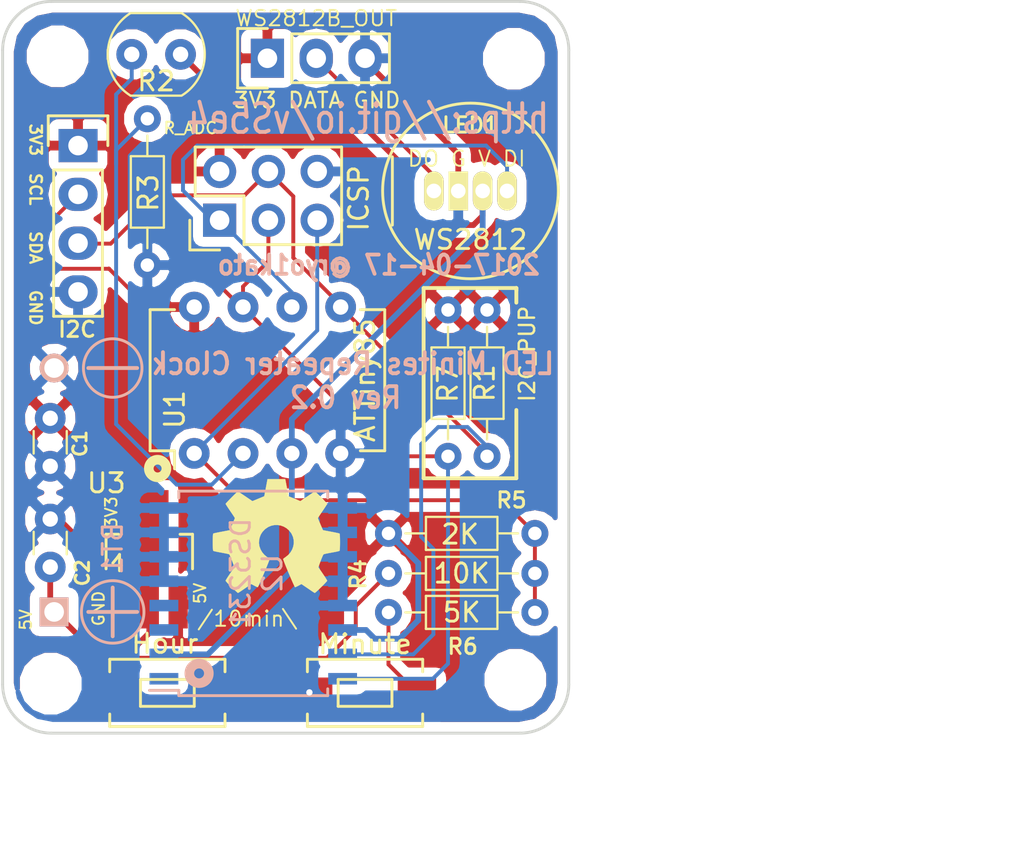
<source format=kicad_pcb>
(kicad_pcb (version 4) (host pcbnew 4.0.6)

  (general
    (links 55)
    (no_connects 1)
    (area 114.579448 73.828 178.513201 122.460182)
    (thickness 1.6)
    (drawings 29)
    (tracks 116)
    (zones 0)
    (modules 24)
    (nets 16)
  )

  (page A4)
  (layers
    (0 F.Cu signal)
    (31 B.Cu signal)
    (34 B.Paste user)
    (35 F.Paste user)
    (36 B.SilkS user)
    (37 F.SilkS user)
    (38 B.Mask user)
    (39 F.Mask user)
    (40 Dwgs.User user)
    (41 Cmts.User user)
    (42 Eco1.User user)
    (43 Eco2.User user)
    (44 Edge.Cuts user)
    (45 Margin user)
  )

  (setup
    (last_trace_width 0.2032)
    (trace_clearance 0.1524)
    (zone_clearance 0.508)
    (zone_45_only no)
    (trace_min 0.1524)
    (segment_width 0.2)
    (edge_width 0.15)
    (via_size 0.6858)
    (via_drill 0.3302)
    (via_min_size 0.6858)
    (via_min_drill 0.3302)
    (uvia_size 0.762)
    (uvia_drill 0.508)
    (uvias_allowed no)
    (uvia_min_size 0)
    (uvia_min_drill 0)
    (pcb_text_width 0.3)
    (pcb_text_size 1.5 1.5)
    (mod_edge_width 0.15)
    (mod_text_size 1 1)
    (mod_text_width 0.15)
    (pad_size 1.524 1.524)
    (pad_drill 0.762)
    (pad_to_mask_clearance 0.2)
    (aux_axis_origin 0 0)
    (visible_elements FFFFFF7F)
    (pcbplotparams
      (layerselection 0x00030_80000001)
      (usegerberextensions false)
      (excludeedgelayer true)
      (linewidth 0.100000)
      (plotframeref false)
      (viasonmask false)
      (mode 1)
      (useauxorigin false)
      (hpglpennumber 1)
      (hpglpenspeed 20)
      (hpglpendiameter 15)
      (hpglpenoverlay 2)
      (psnegative false)
      (psa4output false)
      (plotreference true)
      (plotvalue true)
      (plotinvisibletext false)
      (padsonsilk false)
      (subtractmaskfromsilk false)
      (outputformat 1)
      (mirror false)
      (drillshape 1)
      (scaleselection 1)
      (outputdirectory ""))
  )

  (net 0 "")
  (net 1 +3V3)
  (net 2 GND)
  (net 3 LED_SIG)
  (net 4 "Net-(R4-Pad2)")
  (net 5 RTC_SDA)
  (net 6 RTC_SCL)
  (net 7 PWR_CTRL)
  (net 8 PCELL)
  (net 9 BUTTON/RST)
  (net 10 LED_SIG_OUT)
  (net 11 +5V)
  (net 12 "Net-(U2-Pad1)")
  (net 13 "Net-(U2-Pad3)")
  (net 14 "Net-(U2-Pad4)")
  (net 15 "Net-(R6-Pad2)")

  (net_class Default "This is the default net class."
    (clearance 0.1524)
    (trace_width 0.2032)
    (via_dia 0.6858)
    (via_drill 0.3302)
    (uvia_dia 0.762)
    (uvia_drill 0.508)
    (add_net BUTTON/RST)
    (add_net LED_SIG)
    (add_net LED_SIG_OUT)
    (add_net "Net-(R4-Pad2)")
    (add_net "Net-(R6-Pad2)")
    (add_net "Net-(U2-Pad1)")
    (add_net "Net-(U2-Pad3)")
    (add_net "Net-(U2-Pad4)")
    (add_net PCELL)
    (add_net RTC_SCL)
    (add_net RTC_SDA)
  )

  (net_class Power ""
    (clearance 0.2)
    (trace_width 0.3)
    (via_dia 0.6858)
    (via_drill 0.3302)
    (uvia_dia 0.762)
    (uvia_drill 0.508)
    (add_net +3V3)
    (add_net +5V)
    (add_net GND)
    (add_net PWR_CTRL)
  )

  (module clock-ws2812-schematic-v2:BatteryHolder_3xAAA_Keystone_2479 locked (layer B.Cu) (tedit 58F26176) (tstamp 58F25818)
    (at 127.8382 107.9246)
    (descr "3xAAA cell battery holder, Keystone P/N 2479")
    (tags "AAA battery cell holder")
    (path /58D43E82)
    (fp_text reference BT1 (at 3.048 -3.302 270) (layer B.SilkS)
      (effects (font (size 1 1) (thickness 0.15)) (justify mirror))
    )
    (fp_text value Battery (at -0.254 -6.35 270) (layer B.Fab)
      (effects (font (size 1 1) (thickness 0.15)) (justify mirror))
    )
    (fp_line (start -2.6416 5.9436) (end -2.5908 -31.5468) (layer B.CrtYd) (width 0.15))
    (fp_line (start 50.3936 5.9436) (end 50.3428 -31.5468) (layer B.CrtYd) (width 0.15))
    (fp_circle (center 3.048 -12.7) (end 3.048 -11.176) (layer B.SilkS) (width 0.15))
    (fp_circle (center 3.048 0) (end 1.778 1.016) (layer B.SilkS) (width 0.15))
    (fp_line (start -2.6 -31.55) (end 50.4 -31.55) (layer B.CrtYd) (width 0.15))
    (fp_line (start -2.6 5.95) (end 50.4 5.95) (layer B.CrtYd) (width 0.15))
    (fp_line (start 4.318 -12.7) (end 1.778 -12.7) (layer B.SilkS) (width 0.2))
    (fp_line (start 3.048 1.27) (end 3.048 -1.27) (layer B.SilkS) (width 0.2))
    (fp_line (start 4.318 0) (end 1.778 0) (layer B.SilkS) (width 0.2))
    (pad 1 thru_hole rect (at 0 0) (size 1.5 1.5) (drill 1.02) (layers *.Cu *.Mask B.SilkS)
      (net 11 +5V))
    (pad 2 thru_hole circle (at 0 -12.7) (size 1.5 1.5) (drill 1.02) (layers *.Cu *.Mask B.SilkS)
      (net 2 GND))
  )

  (module Mounting_Holes:MountingHole_2.2mm_M2_ISO7380 (layer F.Cu) (tedit 58F1D519) (tstamp 5902B02E)
    (at 127.6604 111.6584)
    (descr "Mounting Hole 2.2mm, no annular, M2, ISO7380")
    (tags "mounting hole 2.2mm no annular m2 iso7380")
    (fp_text reference REF** (at 0.889 -4.191) (layer F.SilkS) hide
      (effects (font (size 1 1) (thickness 0.15)))
    )
    (fp_text value MountingHole_2.2mm_M2_ISO7380 (at 0 2.75) (layer F.Fab) hide
      (effects (font (size 1 1) (thickness 0.15)))
    )
    (fp_circle (center 0 0) (end 1.75 0) (layer Cmts.User) (width 0.15))
    (fp_circle (center 0 0) (end 2 0) (layer F.CrtYd) (width 0.05))
    (pad 1 np_thru_hole circle (at 0 0) (size 2.2 2.2) (drill 2.2) (layers *.Cu *.Mask))
  )

  (module Mounting_Holes:MountingHole_2.2mm_M2_ISO7380 (layer F.Cu) (tedit 58F1D519) (tstamp 5902B020)
    (at 151.8412 111.4552)
    (descr "Mounting Hole 2.2mm, no annular, M2, ISO7380")
    (tags "mounting hole 2.2mm no annular m2 iso7380")
    (fp_text reference REF** (at 0.889 -4.191) (layer F.SilkS) hide
      (effects (font (size 1 1) (thickness 0.15)))
    )
    (fp_text value MountingHole_2.2mm_M2_ISO7380 (at 0 2.75) (layer F.Fab) hide
      (effects (font (size 1 1) (thickness 0.15)))
    )
    (fp_circle (center 0 0) (end 1.75 0) (layer Cmts.User) (width 0.15))
    (fp_circle (center 0 0) (end 2 0) (layer F.CrtYd) (width 0.05))
    (pad 1 np_thru_hole circle (at 0 0) (size 2.2 2.2) (drill 2.2) (layers *.Cu *.Mask))
  )

  (module Mounting_Holes:MountingHole_2.2mm_M2_ISO7380 (layer F.Cu) (tedit 58F1D519) (tstamp 5902AF75)
    (at 128.016 78.994)
    (descr "Mounting Hole 2.2mm, no annular, M2, ISO7380")
    (tags "mounting hole 2.2mm no annular m2 iso7380")
    (fp_text reference REF** (at 0.889 -4.191) (layer F.SilkS) hide
      (effects (font (size 1 1) (thickness 0.15)))
    )
    (fp_text value MountingHole_2.2mm_M2_ISO7380 (at 0 2.75) (layer F.Fab) hide
      (effects (font (size 1 1) (thickness 0.15)))
    )
    (fp_circle (center 0 0) (end 1.75 0) (layer Cmts.User) (width 0.15))
    (fp_circle (center 0 0) (end 2 0) (layer F.CrtYd) (width 0.05))
    (pad 1 np_thru_hole circle (at 0 0) (size 2.2 2.2) (drill 2.2) (layers *.Cu *.Mask))
  )

  (module Capacitors_THT:C_Disc_D3.0mm_W1.6mm_P2.50mm (layer F.Cu) (tedit 58F1D79D) (tstamp 58ED2DB0)
    (at 127.635 97.8408 270)
    (descr "C, Disc series, Radial, pin pitch=2.50mm, , diameter*width=3.0*1.6mm^2, Capacitor, http://www.vishay.com/docs/45233/krseries.pdf")
    (tags "C Disc series Radial pin pitch 2.50mm  diameter 3.0mm width 1.6mm Capacitor")
    (path /58ED0902)
    (fp_text reference C1 (at 1.3208 -1.5494 270) (layer F.SilkS)
      (effects (font (size 0.7 0.7) (thickness 0.15)))
    )
    (fp_text value 1uF (at 1.27 3.556 270) (layer F.Fab)
      (effects (font (size 0.7 1) (thickness 0.1)))
    )
    (fp_line (start -0.25 -0.8) (end -0.25 0.8) (layer F.Fab) (width 0.1))
    (fp_line (start -0.25 0.8) (end 2.75 0.8) (layer F.Fab) (width 0.1))
    (fp_line (start 2.75 0.8) (end 2.75 -0.8) (layer F.Fab) (width 0.1))
    (fp_line (start 2.75 -0.8) (end -0.25 -0.8) (layer F.Fab) (width 0.1))
    (fp_line (start 0.663 -0.861) (end 1.837 -0.861) (layer F.SilkS) (width 0.12))
    (fp_line (start 0.663 0.861) (end 1.837 0.861) (layer F.SilkS) (width 0.12))
    (fp_line (start -1.05 -1.15) (end -1.05 1.15) (layer F.CrtYd) (width 0.05))
    (fp_line (start -1.05 1.15) (end 3.55 1.15) (layer F.CrtYd) (width 0.05))
    (fp_line (start 3.55 1.15) (end 3.55 -1.15) (layer F.CrtYd) (width 0.05))
    (fp_line (start 3.55 -1.15) (end -1.05 -1.15) (layer F.CrtYd) (width 0.05))
    (pad 1 thru_hole circle (at 0 0 270) (size 1.6 1.6) (drill 0.8) (layers *.Cu *.Mask)
      (net 1 +3V3))
    (pad 2 thru_hole circle (at 2.5 0 270) (size 1.6 1.6) (drill 0.8) (layers *.Cu *.Mask)
      (net 2 GND))
    (model Capacitors_THT.3dshapes/C_Disc_D3.0mm_W1.6mm_P2.50mm.wrl
      (at (xyz 0 0 0))
      (scale (xyz 0.393701 0.393701 0.393701))
      (rotate (xyz 0 0 0))
    )
  )

  (module Capacitors_THT:C_Disc_D3.0mm_W1.6mm_P2.50mm (layer F.Cu) (tedit 58F2636C) (tstamp 58ED2DB6)
    (at 127.635 105.5878 90)
    (descr "C, Disc series, Radial, pin pitch=2.50mm, , diameter*width=3.0*1.6mm^2, Capacitor, http://www.vishay.com/docs/45233/krseries.pdf")
    (tags "C Disc series Radial pin pitch 2.50mm  diameter 3.0mm width 1.6mm Capacitor")
    (path /58ED07EF)
    (fp_text reference C2 (at -0.3048 1.6764 270) (layer F.SilkS)
      (effects (font (size 0.7 0.7) (thickness 0.15)))
    )
    (fp_text value 1uF (at 1.143 -3.81 90) (layer F.Fab)
      (effects (font (size 0.7 1) (thickness 0.1)))
    )
    (fp_line (start -0.25 -0.8) (end -0.25 0.8) (layer F.Fab) (width 0.1))
    (fp_line (start -0.25 0.8) (end 2.75 0.8) (layer F.Fab) (width 0.1))
    (fp_line (start 2.75 0.8) (end 2.75 -0.8) (layer F.Fab) (width 0.1))
    (fp_line (start 2.75 -0.8) (end -0.25 -0.8) (layer F.Fab) (width 0.1))
    (fp_line (start 0.663 -0.861) (end 1.837 -0.861) (layer F.SilkS) (width 0.12))
    (fp_line (start 0.663 0.861) (end 1.837 0.861) (layer F.SilkS) (width 0.12))
    (fp_line (start -1.05 -1.15) (end -1.05 1.15) (layer F.CrtYd) (width 0.05))
    (fp_line (start -1.05 1.15) (end 3.55 1.15) (layer F.CrtYd) (width 0.05))
    (fp_line (start 3.55 1.15) (end 3.55 -1.15) (layer F.CrtYd) (width 0.05))
    (fp_line (start 3.55 -1.15) (end -1.05 -1.15) (layer F.CrtYd) (width 0.05))
    (pad 1 thru_hole circle (at 0 0 90) (size 1.6 1.6) (drill 0.8) (layers *.Cu *.Mask)
      (net 11 +5V))
    (pad 2 thru_hole circle (at 2.5 0 90) (size 1.6 1.6) (drill 0.8) (layers *.Cu *.Mask)
      (net 2 GND))
    (model Capacitors_THT.3dshapes/C_Disc_D3.0mm_W1.6mm_P2.50mm.wrl
      (at (xyz 0 0 0))
      (scale (xyz 0.393701 0.393701 0.393701))
      (rotate (xyz 0 0 0))
    )
  )

  (module Pin_Headers:Pin_Header_Straight_1x04 (layer F.Cu) (tedit 58F2AC09) (tstamp 58ED2DBE)
    (at 129.0828 83.6422)
    (descr "Through hole pin header")
    (tags "pin header")
    (path /58ED0D5F)
    (fp_text reference J3 (at 0.762 9.906 90) (layer F.SilkS) hide
      (effects (font (size 1 1) (thickness 0.15)))
    )
    (fp_text value I2C (at -0.0508 9.5758 180) (layer F.SilkS)
      (effects (font (size 0.8 0.8) (thickness 0.15)))
    )
    (fp_line (start -1.75 -1.75) (end -1.75 9.4) (layer F.CrtYd) (width 0.05))
    (fp_line (start 1.75 -1.75) (end 1.75 9.4) (layer F.CrtYd) (width 0.05))
    (fp_line (start -1.75 -1.75) (end 1.75 -1.75) (layer F.CrtYd) (width 0.05))
    (fp_line (start -1.75 9.4) (end 1.75 9.4) (layer F.CrtYd) (width 0.05))
    (fp_line (start -1.27 1.27) (end -1.27 8.89) (layer F.SilkS) (width 0.15))
    (fp_line (start 1.27 1.27) (end 1.27 8.89) (layer F.SilkS) (width 0.15))
    (fp_line (start 1.55 -1.55) (end 1.55 0) (layer F.SilkS) (width 0.15))
    (fp_line (start -1.27 8.89) (end 1.27 8.89) (layer F.SilkS) (width 0.15))
    (fp_line (start 1.27 1.27) (end -1.27 1.27) (layer F.SilkS) (width 0.15))
    (fp_line (start -1.55 0) (end -1.55 -1.55) (layer F.SilkS) (width 0.15))
    (fp_line (start -1.55 -1.55) (end 1.55 -1.55) (layer F.SilkS) (width 0.15))
    (pad 1 thru_hole rect (at 0 0) (size 2.032 1.7272) (drill 1.016) (layers *.Cu *.Mask)
      (net 1 +3V3))
    (pad 2 thru_hole oval (at 0 2.54) (size 2.032 1.7272) (drill 1.016) (layers *.Cu *.Mask)
      (net 6 RTC_SCL))
    (pad 3 thru_hole oval (at 0 5.08) (size 2.032 1.7272) (drill 1.016) (layers *.Cu *.Mask)
      (net 5 RTC_SDA))
    (pad 4 thru_hole oval (at 0 7.62) (size 2.032 1.7272) (drill 1.016) (layers *.Cu *.Mask)
      (net 2 GND))
    (model Pin_Headers.3dshapes/Pin_Header_Straight_1x04_Pitch2.54mm.wrl
      (at (xyz 0 -0.15 0))
      (scale (xyz 1 1 1))
      (rotate (xyz 0 0 90))
    )
  )

  (module Pin_Headers:Pin_Header_Straight_2x03 (layer F.Cu) (tedit 58F1D153) (tstamp 58ED314C)
    (at 136.4488 87.5284 90)
    (descr "Through hole pin header")
    (tags "pin header")
    (path /58EAB70F)
    (fp_text reference J1 (at -0.127 -2.54 90) (layer F.SilkS) hide
      (effects (font (size 1 1) (thickness 0.15)))
    )
    (fp_text value ICSP (at 1.143 7.239 270) (layer F.SilkS)
      (effects (font (size 1 1) (thickness 0.15)))
    )
    (fp_line (start -1.27 1.27) (end -1.27 6.35) (layer F.SilkS) (width 0.15))
    (fp_line (start -1.55 -1.55) (end 0 -1.55) (layer F.SilkS) (width 0.15))
    (fp_line (start -1.75 -1.75) (end -1.75 6.85) (layer F.CrtYd) (width 0.05))
    (fp_line (start 4.3 -1.75) (end 4.3 6.85) (layer F.CrtYd) (width 0.05))
    (fp_line (start -1.75 -1.75) (end 4.3 -1.75) (layer F.CrtYd) (width 0.05))
    (fp_line (start -1.75 6.85) (end 4.3 6.85) (layer F.CrtYd) (width 0.05))
    (fp_line (start 1.27 -1.27) (end 1.27 1.27) (layer F.SilkS) (width 0.15))
    (fp_line (start 1.27 1.27) (end -1.27 1.27) (layer F.SilkS) (width 0.15))
    (fp_line (start -1.27 6.35) (end 3.81 6.35) (layer F.SilkS) (width 0.15))
    (fp_line (start 3.81 6.35) (end 3.81 1.27) (layer F.SilkS) (width 0.15))
    (fp_line (start -1.55 -1.55) (end -1.55 0) (layer F.SilkS) (width 0.15))
    (fp_line (start 3.81 -1.27) (end 1.27 -1.27) (layer F.SilkS) (width 0.15))
    (fp_line (start 3.81 1.27) (end 3.81 -1.27) (layer F.SilkS) (width 0.15))
    (pad 1 thru_hole rect (at 0 0 90) (size 1.7272 1.7272) (drill 1.016) (layers *.Cu *.Mask)
      (net 3 LED_SIG))
    (pad 2 thru_hole oval (at 2.54 0 90) (size 1.7272 1.7272) (drill 1.016) (layers *.Cu *.Mask)
      (net 1 +3V3))
    (pad 3 thru_hole oval (at 0 2.54 90) (size 1.7272 1.7272) (drill 1.016) (layers *.Cu *.Mask)
      (net 6 RTC_SCL))
    (pad 4 thru_hole oval (at 2.54 2.54 90) (size 1.7272 1.7272) (drill 1.016) (layers *.Cu *.Mask)
      (net 5 RTC_SDA))
    (pad 5 thru_hole oval (at 0 5.08 90) (size 1.7272 1.7272) (drill 1.016) (layers *.Cu *.Mask)
      (net 9 BUTTON/RST))
    (pad 6 thru_hole oval (at 2.54 5.08 90) (size 1.7272 1.7272) (drill 1.016) (layers *.Cu *.Mask)
      (net 2 GND))
    (model Pin_Headers.3dshapes/Pin_Header_Straight_2x03_Pitch2.54mm.wrl
      (at (xyz 0.05 -0.1 0))
      (scale (xyz 1 1 1))
      (rotate (xyz 0 0 270))
    )
  )

  (module Pin_Headers:Pin_Header_Straight_1x03 (layer F.Cu) (tedit 58F1D808) (tstamp 58ED3153)
    (at 138.938 79.0956 90)
    (descr "Through hole pin header")
    (tags "pin header")
    (path /58EA8B21)
    (fp_text reference J2 (at -2.032 -2.286 90) (layer F.SilkS) hide
      (effects (font (size 1 1) (thickness 0.15)))
    )
    (fp_text value WS2812B_OUT (at 2.0828 2.54 180) (layer F.SilkS)
      (effects (font (size 0.8 0.8) (thickness 0.1)))
    )
    (fp_line (start -1.75 -1.75) (end -1.75 6.85) (layer F.CrtYd) (width 0.05))
    (fp_line (start 1.75 -1.75) (end 1.75 6.85) (layer F.CrtYd) (width 0.05))
    (fp_line (start -1.75 -1.75) (end 1.75 -1.75) (layer F.CrtYd) (width 0.05))
    (fp_line (start -1.75 6.85) (end 1.75 6.85) (layer F.CrtYd) (width 0.05))
    (fp_line (start -1.27 1.27) (end -1.27 6.35) (layer F.SilkS) (width 0.15))
    (fp_line (start -1.27 6.35) (end 1.27 6.35) (layer F.SilkS) (width 0.15))
    (fp_line (start 1.27 6.35) (end 1.27 1.27) (layer F.SilkS) (width 0.15))
    (fp_line (start 1.55 -1.55) (end 1.55 0) (layer F.SilkS) (width 0.15))
    (fp_line (start 1.27 1.27) (end -1.27 1.27) (layer F.SilkS) (width 0.15))
    (fp_line (start -1.55 0) (end -1.55 -1.55) (layer F.SilkS) (width 0.15))
    (fp_line (start -1.55 -1.55) (end 1.55 -1.55) (layer F.SilkS) (width 0.15))
    (pad 1 thru_hole rect (at 0 0 90) (size 2.032 1.7272) (drill 1.016) (layers *.Cu *.Mask)
      (net 1 +3V3))
    (pad 2 thru_hole oval (at 0 2.54 90) (size 2.032 1.7272) (drill 1.016) (layers *.Cu *.Mask)
      (net 10 LED_SIG_OUT))
    (pad 3 thru_hole oval (at 0 5.08 90) (size 2.032 1.7272) (drill 1.016) (layers *.Cu *.Mask)
      (net 2 GND))
    (model Pin_Headers.3dshapes/Pin_Header_Straight_1x03_Pitch2.54mm.wrl
      (at (xyz 0 -0.1 0))
      (scale (xyz 1 1 1))
      (rotate (xyz 0 0 90))
    )
  )

  (module Housings_DIP:DIP-8_W7.62mm (layer F.Cu) (tedit 58ED7BE2) (tstamp 58ED31A1)
    (at 135.128 99.6696 90)
    (descr "8-lead dip package, row spacing 7.62 mm (300 mils)")
    (tags "dil dip 2.54 300")
    (path /58D2E7B1)
    (fp_text reference U1 (at 2.286 -1.016 90) (layer F.SilkS)
      (effects (font (size 1 1) (thickness 0.15)))
    )
    (fp_text value ATTiny85 (at 3.81 8.89 90) (layer F.SilkS)
      (effects (font (size 1 1) (thickness 0.15)))
    )
    (fp_line (start -1.05 -2.45) (end -1.05 10.1) (layer F.CrtYd) (width 0.05))
    (fp_line (start 8.65 -2.45) (end 8.65 10.1) (layer F.CrtYd) (width 0.05))
    (fp_line (start -1.05 -2.45) (end 8.65 -2.45) (layer F.CrtYd) (width 0.05))
    (fp_line (start -1.05 10.1) (end 8.65 10.1) (layer F.CrtYd) (width 0.05))
    (fp_line (start 0.135 -2.295) (end 0.135 -1.025) (layer F.SilkS) (width 0.15))
    (fp_line (start 7.485 -2.295) (end 7.485 -1.025) (layer F.SilkS) (width 0.15))
    (fp_line (start 7.485 9.915) (end 7.485 8.645) (layer F.SilkS) (width 0.15))
    (fp_line (start 0.135 9.915) (end 0.135 8.645) (layer F.SilkS) (width 0.15))
    (fp_line (start 0.135 -2.295) (end 7.485 -2.295) (layer F.SilkS) (width 0.15))
    (fp_line (start 0.135 9.915) (end 7.485 9.915) (layer F.SilkS) (width 0.15))
    (fp_line (start 0.135 -1.025) (end -0.8 -1.025) (layer F.SilkS) (width 0.15))
    (pad 1 thru_hole oval (at 0 0 90) (size 1.6 1.6) (drill 0.8) (layers *.Cu *.Mask)
      (net 9 BUTTON/RST))
    (pad 2 thru_hole oval (at 0 2.54 90) (size 1.6 1.6) (drill 0.8) (layers *.Cu *.Mask)
      (net 8 PCELL))
    (pad 3 thru_hole oval (at 0 5.08 90) (size 1.6 1.6) (drill 0.8) (layers *.Cu *.Mask)
      (net 7 PWR_CTRL))
    (pad 4 thru_hole oval (at 0 7.62 90) (size 1.6 1.6) (drill 0.8) (layers *.Cu *.Mask)
      (net 2 GND))
    (pad 5 thru_hole oval (at 7.62 7.62 90) (size 1.6 1.6) (drill 0.8) (layers *.Cu *.Mask)
      (net 5 RTC_SDA))
    (pad 6 thru_hole oval (at 7.62 5.08 90) (size 1.6 1.6) (drill 0.8) (layers *.Cu *.Mask)
      (net 3 LED_SIG))
    (pad 7 thru_hole oval (at 7.62 2.54 90) (size 1.6 1.6) (drill 0.8) (layers *.Cu *.Mask)
      (net 6 RTC_SCL))
    (pad 8 thru_hole oval (at 7.62 0 90) (size 1.6 1.6) (drill 0.8) (layers *.Cu *.Mask)
      (net 1 +3V3))
    (model Housings_DIP.3dshapes/DIP-8_W7.62mm.wrl
      (at (xyz 0 0 0))
      (scale (xyz 1 1 1))
      (rotate (xyz 0 0 0))
    )
  )

  (module Housings_SOIC:SOIC-16W_7.5x10.3mm_Pitch1.27mm (layer B.Cu) (tedit 58F2AC6D) (tstamp 58ED31B5)
    (at 138.2014 106.9594)
    (descr "16-Lead Plastic Small Outline (SO) - Wide, 7.50 mm Body [SOIC] (see Microchip Packaging Specification 00000049BS.pdf)")
    (tags "SOIC 1.27")
    (path /58D3F29A)
    (attr smd)
    (fp_text reference U2 (at 0.9906 -1.0414 90) (layer B.SilkS)
      (effects (font (size 1 1) (thickness 0.15)) (justify mirror))
    )
    (fp_text value DS3231 (at -0.6604 -1.0414 90) (layer B.SilkS)
      (effects (font (size 1 1) (thickness 0.15)) (justify mirror))
    )
    (fp_line (start -2.75 5.15) (end 3.75 5.15) (layer B.Fab) (width 0.15))
    (fp_line (start 3.75 5.15) (end 3.75 -5.15) (layer B.Fab) (width 0.15))
    (fp_line (start 3.75 -5.15) (end -3.75 -5.15) (layer B.Fab) (width 0.15))
    (fp_line (start -3.75 -5.15) (end -3.75 4.15) (layer B.Fab) (width 0.15))
    (fp_line (start -3.75 4.15) (end -2.75 5.15) (layer B.Fab) (width 0.15))
    (fp_line (start -5.65 5.5) (end -5.65 -5.5) (layer B.CrtYd) (width 0.05))
    (fp_line (start 5.65 5.5) (end 5.65 -5.5) (layer B.CrtYd) (width 0.05))
    (fp_line (start -5.65 5.5) (end 5.65 5.5) (layer B.CrtYd) (width 0.05))
    (fp_line (start -5.65 -5.5) (end 5.65 -5.5) (layer B.CrtYd) (width 0.05))
    (fp_line (start -3.875 5.325) (end -3.875 5.05) (layer B.SilkS) (width 0.15))
    (fp_line (start 3.875 5.325) (end 3.875 4.97) (layer B.SilkS) (width 0.15))
    (fp_line (start 3.875 -5.325) (end 3.875 -4.97) (layer B.SilkS) (width 0.15))
    (fp_line (start -3.875 -5.325) (end -3.875 -4.97) (layer B.SilkS) (width 0.15))
    (fp_line (start -3.875 5.325) (end 3.875 5.325) (layer B.SilkS) (width 0.15))
    (fp_line (start -3.875 -5.325) (end 3.875 -5.325) (layer B.SilkS) (width 0.15))
    (fp_line (start -3.875 5.05) (end -5.4 5.05) (layer B.SilkS) (width 0.15))
    (pad 1 smd rect (at -4.65 4.445) (size 1.5 0.6) (layers B.Cu B.Paste B.Mask)
      (net 12 "Net-(U2-Pad1)"))
    (pad 2 smd rect (at -4.65 3.175) (size 1.5 0.6) (layers B.Cu B.Paste B.Mask)
      (net 7 PWR_CTRL))
    (pad 3 smd rect (at -4.65 1.905) (size 1.5 0.6) (layers B.Cu B.Paste B.Mask)
      (net 13 "Net-(U2-Pad3)"))
    (pad 4 smd rect (at -4.65 0.635) (size 1.5 0.6) (layers B.Cu B.Paste B.Mask)
      (net 14 "Net-(U2-Pad4)"))
    (pad 5 smd rect (at -4.65 -0.635) (size 1.5 0.6) (layers B.Cu B.Paste B.Mask)
      (net 2 GND))
    (pad 6 smd rect (at -4.65 -1.905) (size 1.5 0.6) (layers B.Cu B.Paste B.Mask)
      (net 2 GND))
    (pad 7 smd rect (at -4.65 -3.175) (size 1.5 0.6) (layers B.Cu B.Paste B.Mask)
      (net 2 GND))
    (pad 8 smd rect (at -4.65 -4.445) (size 1.5 0.6) (layers B.Cu B.Paste B.Mask)
      (net 2 GND))
    (pad 9 smd rect (at 4.65 -4.445) (size 1.5 0.6) (layers B.Cu B.Paste B.Mask)
      (net 2 GND))
    (pad 10 smd rect (at 4.65 -3.175) (size 1.5 0.6) (layers B.Cu B.Paste B.Mask)
      (net 2 GND))
    (pad 11 smd rect (at 4.65 -1.905) (size 1.5 0.6) (layers B.Cu B.Paste B.Mask)
      (net 2 GND))
    (pad 12 smd rect (at 4.65 -0.635) (size 1.5 0.6) (layers B.Cu B.Paste B.Mask)
      (net 2 GND))
    (pad 13 smd rect (at 4.65 0.635) (size 1.5 0.6) (layers B.Cu B.Paste B.Mask)
      (net 2 GND))
    (pad 14 smd rect (at 4.65 1.905) (size 1.5 0.6) (layers B.Cu B.Paste B.Mask)
      (net 1 +3V3))
    (pad 15 smd rect (at 4.65 3.175) (size 1.5 0.6) (layers B.Cu B.Paste B.Mask)
      (net 5 RTC_SDA))
    (pad 16 smd rect (at 4.65 4.445) (size 1.5 0.6) (layers B.Cu B.Paste B.Mask)
      (net 6 RTC_SCL))
    (model __Housings_SOIC.3dshapes/SOIC-16W_7.5x10.3mm_Pitch1.27mm.wrl
      (at (xyz 0 0 0))
      (scale (xyz 1 1 1))
      (rotate (xyz 0 0 0))
    )
  )

  (module WS2812:WS2812-8mm (layer F.Cu) (tedit 58F1D111) (tstamp 58ED949E)
    (at 149.5044 86.0044 180)
    (path /58ED93FE)
    (fp_text reference LED1 (at 0 3.429 180) (layer F.SilkS)
      (effects (font (size 0.8 0.8) (thickness 0.15)))
    )
    (fp_text value WS2812 (at 0 -2.54 180) (layer F.SilkS)
      (effects (font (size 1 1) (thickness 0.15)))
    )
    (fp_line (start 4.064 -1.778) (end 4.064 1.778) (layer F.SilkS) (width 0.15))
    (fp_circle (center 0 0) (end 4.572 0) (layer F.SilkS) (width 0.15))
    (pad 1 thru_hole oval (at -1.905 0 180) (size 1.016 2.032) (drill 0.762) (layers *.Cu *.Mask F.SilkS)
      (net 3 LED_SIG))
    (pad 2 thru_hole oval (at -0.635 0 180) (size 1.016 2.032) (drill 0.762) (layers *.Cu *.Mask F.SilkS)
      (net 7 PWR_CTRL))
    (pad 3 thru_hole rect (at 0.635 0 180) (size 1.016 2.032) (drill 0.762) (layers *.Cu *.Mask F.SilkS)
      (net 2 GND))
    (pad 4 thru_hole oval (at 1.905 0 180) (size 1.016 2.032) (drill 0.762) (layers *.Cu *.Mask F.SilkS)
      (net 10 LED_SIG_OUT))
    (model LEDs.3dshapes/LED_D8.0mm.wrl
      (at (xyz -0.05 0 -0.1))
      (scale (xyz 0.4 0.4 0.4))
      (rotate (xyz 0 0 0))
    )
  )

  (module Buttons_Switches_SMD:SW_SPST_EVQPE1 (layer F.Cu) (tedit 58F27444) (tstamp 58F1BA11)
    (at 133.731 112.141)
    (descr "Light Touch Switch")
    (path /58D30269)
    (attr smd)
    (fp_text reference SW2 (at -0.9 -2.7) (layer F.SilkS) hide
      (effects (font (size 1 1) (thickness 0.15)))
    )
    (fp_text value Hour (at -0.127 -2.5654) (layer F.SilkS)
      (effects (font (size 1 1) (thickness 0.15)))
    )
    (fp_line (start -1.4 -0.7) (end 1.4 -0.7) (layer F.SilkS) (width 0.15))
    (fp_line (start 1.4 -0.7) (end 1.4 0.7) (layer F.SilkS) (width 0.15))
    (fp_line (start 1.4 0.7) (end -1.4 0.7) (layer F.SilkS) (width 0.15))
    (fp_line (start -1.4 0.7) (end -1.4 -0.7) (layer F.SilkS) (width 0.15))
    (fp_line (start -3.95 -2) (end 3.95 -2) (layer F.CrtYd) (width 0.05))
    (fp_line (start 3.95 -2) (end 3.95 2) (layer F.CrtYd) (width 0.05))
    (fp_line (start 3.95 2) (end -3.95 2) (layer F.CrtYd) (width 0.05))
    (fp_line (start -3.95 2) (end -3.95 -2) (layer F.CrtYd) (width 0.05))
    (fp_line (start 3 -1.75) (end 3 -1.1) (layer F.SilkS) (width 0.15))
    (fp_line (start 3 1.75) (end 3 1.1) (layer F.SilkS) (width 0.15))
    (fp_line (start -3 1.1) (end -3 1.75) (layer F.SilkS) (width 0.15))
    (fp_line (start -3 -1.75) (end -3 -1.1) (layer F.SilkS) (width 0.15))
    (fp_line (start 3 -1.75) (end -3 -1.75) (layer F.SilkS) (width 0.15))
    (fp_line (start -3 1.75) (end 3 1.75) (layer F.SilkS) (width 0.15))
    (pad 2 smd rect (at 2.7 0) (size 2 1.6) (layers F.Cu F.Paste F.Mask)
      (net 2 GND))
    (pad 1 smd rect (at -2.7 0) (size 2 1.6) (layers F.Cu F.Paste F.Mask)
      (net 4 "Net-(R4-Pad2)"))
  )

  (module Resistors_THT:R_Axial_DIN0204_L3.6mm_D1.6mm_P7.62mm_Horizontal (layer F.Cu) (tedit 58F27931) (tstamp 58F1C6F7)
    (at 150.368 92.202 270)
    (descr "Resistor, Axial_DIN0204 series, Axial, Horizontal, pin pitch=7.62mm, 0.16666666666666666W = 1/6W, length*diameter=3.6*1.6mm^2, http://cdn-reichelt.de/documents/datenblatt/B400/1_4W%23YAG.pdf")
    (tags "Resistor Axial_DIN0204 series Axial Horizontal pin pitch 7.62mm 0.16666666666666666W = 1/6W length 3.6mm diameter 1.6mm")
    (path /58ED13F2)
    (fp_text reference R1 (at 3.81 0.127 270) (layer F.SilkS)
      (effects (font (size 1 1) (thickness 0.15)))
    )
    (fp_text value I2C_PUP (at 2.286 -2.0828 270) (layer F.SilkS)
      (effects (font (size 0.8 0.8) (thickness 0.125)))
    )
    (fp_line (start 2.01 -0.8) (end 2.01 0.8) (layer F.Fab) (width 0.1))
    (fp_line (start 2.01 0.8) (end 5.61 0.8) (layer F.Fab) (width 0.1))
    (fp_line (start 5.61 0.8) (end 5.61 -0.8) (layer F.Fab) (width 0.1))
    (fp_line (start 5.61 -0.8) (end 2.01 -0.8) (layer F.Fab) (width 0.1))
    (fp_line (start 0 0) (end 2.01 0) (layer F.Fab) (width 0.1))
    (fp_line (start 7.62 0) (end 5.61 0) (layer F.Fab) (width 0.1))
    (fp_line (start 1.95 -0.86) (end 1.95 0.86) (layer F.SilkS) (width 0.12))
    (fp_line (start 1.95 0.86) (end 5.67 0.86) (layer F.SilkS) (width 0.12))
    (fp_line (start 5.67 0.86) (end 5.67 -0.86) (layer F.SilkS) (width 0.12))
    (fp_line (start 5.67 -0.86) (end 1.95 -0.86) (layer F.SilkS) (width 0.12))
    (fp_line (start 0.88 0) (end 1.95 0) (layer F.SilkS) (width 0.12))
    (fp_line (start 6.74 0) (end 5.67 0) (layer F.SilkS) (width 0.12))
    (fp_line (start -0.95 -1.15) (end -0.95 1.15) (layer F.CrtYd) (width 0.05))
    (fp_line (start -0.95 1.15) (end 8.6 1.15) (layer F.CrtYd) (width 0.05))
    (fp_line (start 8.6 1.15) (end 8.6 -1.15) (layer F.CrtYd) (width 0.05))
    (fp_line (start 8.6 -1.15) (end -0.95 -1.15) (layer F.CrtYd) (width 0.05))
    (pad 1 thru_hole circle (at 0 0 270) (size 1.4 1.4) (drill 0.7) (layers *.Cu *.Mask)
      (net 1 +3V3))
    (pad 2 thru_hole oval (at 7.62 0 270) (size 1.4 1.4) (drill 0.7) (layers *.Cu *.Mask)
      (net 5 RTC_SDA))
    (model Resistors_THT.3dshapes/R_Axial_DIN0204_L3.6mm_D1.6mm_P7.62mm_Horizontal.wrl
      (at (xyz 0 0 0))
      (scale (xyz 0.393701 0.393701 0.393701))
      (rotate (xyz 0 0 0))
    )
  )

  (module Opto-Devices:Resistor_LDR_4.9x4.2_RM2.54 (layer F.Cu) (tedit 58F1CADA) (tstamp 58F1C6FD)
    (at 134.4168 78.8924 180)
    (descr "Resistor, LDR 4.9x4.2mm")
    (tags "Resistor LDR4.9x4.2")
    (path /58D2E89F)
    (fp_text reference R2 (at 1.27 -1.397 180) (layer F.SilkS)
      (effects (font (size 1 1) (thickness 0.15)))
    )
    (fp_text value "PHOTO CELL" (at 1.17 3.1 180) (layer F.Fab) hide
      (effects (font (size 1 1) (thickness 0.15)))
    )
    (fp_line (start -0.05 2.15) (end 2.6 2.15) (layer F.SilkS) (width 0.12))
    (fp_line (start -0.05 -2.15) (end 2.6 -2.15) (layer F.SilkS) (width 0.12))
    (fp_line (start 0.87 -1.2) (end 2.17 -1.2) (layer F.Fab) (width 0.1))
    (fp_line (start 1.67 -0.6) (end 0.87 -0.6) (layer F.Fab) (width 0.1))
    (fp_line (start 0.87 0) (end 1.67 0) (layer F.Fab) (width 0.1))
    (fp_line (start 1.67 0.6) (end 0.87 0.6) (layer F.Fab) (width 0.1))
    (fp_line (start 0.37 1.2) (end 1.67 1.2) (layer F.Fab) (width 0.1))
    (fp_line (start 0.37 -1.8) (end 2.17 -1.8) (layer F.Fab) (width 0.1))
    (fp_line (start 2.17 -1.8) (end 2.17 -1.2) (layer F.Fab) (width 0.1))
    (fp_line (start 0.87 -1.2) (end 0.87 -0.6) (layer F.Fab) (width 0.1))
    (fp_line (start 1.67 -0.6) (end 1.67 0) (layer F.Fab) (width 0.1))
    (fp_line (start 0.87 0) (end 0.87 0.6) (layer F.Fab) (width 0.1))
    (fp_line (start 1.67 0.6) (end 1.67 1.2) (layer F.Fab) (width 0.1))
    (fp_line (start 0.37 1.2) (end 0.37 1.8) (layer F.Fab) (width 0.1))
    (fp_line (start 0.37 1.8) (end 2.17 1.8) (layer F.Fab) (width 0.1))
    (fp_line (start 2.57 2.1) (end -0.03 2.1) (layer F.Fab) (width 0.1))
    (fp_line (start -0.03 -2.1) (end 2.57 -2.1) (layer F.Fab) (width 0.1))
    (fp_line (start -1.45 -2.35) (end 3.99 -2.35) (layer F.CrtYd) (width 0.05))
    (fp_line (start -1.45 -2.35) (end -1.45 2.35) (layer F.CrtYd) (width 0.05))
    (fp_line (start 3.99 2.35) (end 3.99 -2.35) (layer F.CrtYd) (width 0.05))
    (fp_line (start 3.99 2.35) (end -1.45 2.35) (layer F.CrtYd) (width 0.05))
    (fp_arc (start 1.25 0) (end -0.05 2.15) (angle 117) (layer F.SilkS) (width 0.12))
    (fp_arc (start 1.25 0) (end 2.6 -2.15) (angle 115) (layer F.SilkS) (width 0.12))
    (fp_arc (start 1.27 0) (end 2.57 -2.1) (angle 115) (layer F.Fab) (width 0.1))
    (fp_arc (start 1.27 0) (end -0.03 2.1) (angle 115) (layer F.Fab) (width 0.1))
    (pad 1 thru_hole circle (at 0 0 180) (size 1.6 1.6) (drill 0.8) (layers *.Cu *.Mask)
      (net 7 PWR_CTRL))
    (pad 2 thru_hole circle (at 2.54 0 180) (size 1.6 1.6) (drill 0.8) (layers *.Cu *.Mask)
      (net 8 PCELL))
  )

  (module Resistors_THT:R_Axial_DIN0204_L3.6mm_D1.6mm_P7.62mm_Horizontal (layer F.Cu) (tedit 58F2538F) (tstamp 58F1C703)
    (at 132.6896 82.2452 270)
    (descr "Resistor, Axial_DIN0204 series, Axial, Horizontal, pin pitch=7.62mm, 0.16666666666666666W = 1/6W, length*diameter=3.6*1.6mm^2, http://cdn-reichelt.de/documents/datenblatt/B400/1_4W%23YAG.pdf")
    (tags "Resistor Axial_DIN0204 series Axial Horizontal pin pitch 7.62mm 0.16666666666666666W = 1/6W length 3.6mm diameter 1.6mm")
    (path /58D2E967)
    (fp_text reference R3 (at 3.8608 -0.0508 450) (layer F.SilkS)
      (effects (font (size 1 1) (thickness 0.15)))
    )
    (fp_text value R_ADC (at 0.4826 -2.2352 360) (layer F.SilkS)
      (effects (font (size 0.6 0.6) (thickness 0.1)))
    )
    (fp_line (start 2.01 -0.8) (end 2.01 0.8) (layer F.Fab) (width 0.1))
    (fp_line (start 2.01 0.8) (end 5.61 0.8) (layer F.Fab) (width 0.1))
    (fp_line (start 5.61 0.8) (end 5.61 -0.8) (layer F.Fab) (width 0.1))
    (fp_line (start 5.61 -0.8) (end 2.01 -0.8) (layer F.Fab) (width 0.1))
    (fp_line (start 0 0) (end 2.01 0) (layer F.Fab) (width 0.1))
    (fp_line (start 7.62 0) (end 5.61 0) (layer F.Fab) (width 0.1))
    (fp_line (start 1.95 -0.86) (end 1.95 0.86) (layer F.SilkS) (width 0.12))
    (fp_line (start 1.95 0.86) (end 5.67 0.86) (layer F.SilkS) (width 0.12))
    (fp_line (start 5.67 0.86) (end 5.67 -0.86) (layer F.SilkS) (width 0.12))
    (fp_line (start 5.67 -0.86) (end 1.95 -0.86) (layer F.SilkS) (width 0.12))
    (fp_line (start 0.88 0) (end 1.95 0) (layer F.SilkS) (width 0.12))
    (fp_line (start 6.74 0) (end 5.67 0) (layer F.SilkS) (width 0.12))
    (fp_line (start -0.95 -1.15) (end -0.95 1.15) (layer F.CrtYd) (width 0.05))
    (fp_line (start -0.95 1.15) (end 8.6 1.15) (layer F.CrtYd) (width 0.05))
    (fp_line (start 8.6 1.15) (end 8.6 -1.15) (layer F.CrtYd) (width 0.05))
    (fp_line (start 8.6 -1.15) (end -0.95 -1.15) (layer F.CrtYd) (width 0.05))
    (pad 1 thru_hole circle (at 0 0 270) (size 1.4 1.4) (drill 0.7) (layers *.Cu *.Mask)
      (net 8 PCELL))
    (pad 2 thru_hole oval (at 7.62 0 270) (size 1.4 1.4) (drill 0.7) (layers *.Cu *.Mask)
      (net 2 GND))
    (model Resistors_THT.3dshapes/R_Axial_DIN0204_L3.6mm_D1.6mm_P7.62mm_Horizontal.wrl
      (at (xyz 0 0 0))
      (scale (xyz 0.393701 0.393701 0.393701))
      (rotate (xyz 0 0 0))
    )
  )

  (module Resistors_THT:R_Axial_DIN0204_L3.6mm_D1.6mm_P7.62mm_Horizontal (layer F.Cu) (tedit 58F1D9A5) (tstamp 58F1C709)
    (at 152.8572 105.918 180)
    (descr "Resistor, Axial_DIN0204 series, Axial, Horizontal, pin pitch=7.62mm, 0.16666666666666666W = 1/6W, length*diameter=3.6*1.6mm^2, http://cdn-reichelt.de/documents/datenblatt/B400/1_4W%23YAG.pdf")
    (tags "Resistor Axial_DIN0204 series Axial Horizontal pin pitch 7.62mm 0.16666666666666666W = 1/6W length 3.6mm diameter 1.6mm")
    (path /58D3092A)
    (fp_text reference R4 (at 9.1948 -0.0508 270) (layer F.SilkS)
      (effects (font (size 0.8 0.8) (thickness 0.15)))
    )
    (fp_text value 10K (at 3.81 0 180) (layer F.SilkS)
      (effects (font (size 1 1) (thickness 0.15)))
    )
    (fp_line (start 2.01 -0.8) (end 2.01 0.8) (layer F.Fab) (width 0.1))
    (fp_line (start 2.01 0.8) (end 5.61 0.8) (layer F.Fab) (width 0.1))
    (fp_line (start 5.61 0.8) (end 5.61 -0.8) (layer F.Fab) (width 0.1))
    (fp_line (start 5.61 -0.8) (end 2.01 -0.8) (layer F.Fab) (width 0.1))
    (fp_line (start 0 0) (end 2.01 0) (layer F.Fab) (width 0.1))
    (fp_line (start 7.62 0) (end 5.61 0) (layer F.Fab) (width 0.1))
    (fp_line (start 1.95 -0.86) (end 1.95 0.86) (layer F.SilkS) (width 0.12))
    (fp_line (start 1.95 0.86) (end 5.67 0.86) (layer F.SilkS) (width 0.12))
    (fp_line (start 5.67 0.86) (end 5.67 -0.86) (layer F.SilkS) (width 0.12))
    (fp_line (start 5.67 -0.86) (end 1.95 -0.86) (layer F.SilkS) (width 0.12))
    (fp_line (start 0.88 0) (end 1.95 0) (layer F.SilkS) (width 0.12))
    (fp_line (start 6.74 0) (end 5.67 0) (layer F.SilkS) (width 0.12))
    (fp_line (start -0.95 -1.15) (end -0.95 1.15) (layer F.CrtYd) (width 0.05))
    (fp_line (start -0.95 1.15) (end 8.6 1.15) (layer F.CrtYd) (width 0.05))
    (fp_line (start 8.6 1.15) (end 8.6 -1.15) (layer F.CrtYd) (width 0.05))
    (fp_line (start 8.6 -1.15) (end -0.95 -1.15) (layer F.CrtYd) (width 0.05))
    (pad 1 thru_hole circle (at 0 0 180) (size 1.4 1.4) (drill 0.7) (layers *.Cu *.Mask)
      (net 9 BUTTON/RST))
    (pad 2 thru_hole oval (at 7.62 0 180) (size 1.4 1.4) (drill 0.7) (layers *.Cu *.Mask)
      (net 4 "Net-(R4-Pad2)"))
    (model Resistors_THT.3dshapes/R_Axial_DIN0204_L3.6mm_D1.6mm_P7.62mm_Horizontal.wrl
      (at (xyz 0 0 0))
      (scale (xyz 0.393701 0.393701 0.393701))
      (rotate (xyz 0 0 0))
    )
  )

  (module Resistors_THT:R_Axial_DIN0204_L3.6mm_D1.6mm_P7.62mm_Horizontal (layer F.Cu) (tedit 58F24986) (tstamp 58F1C70F)
    (at 145.2372 103.8352)
    (descr "Resistor, Axial_DIN0204 series, Axial, Horizontal, pin pitch=7.62mm, 0.16666666666666666W = 1/6W, length*diameter=3.6*1.6mm^2, http://cdn-reichelt.de/documents/datenblatt/B400/1_4W%23YAG.pdf")
    (tags "Resistor Axial_DIN0204 series Axial Horizontal pin pitch 7.62mm 0.16666666666666666W = 1/6W length 3.6mm diameter 1.6mm")
    (path /58D44783)
    (fp_text reference R5 (at 6.4008 -1.7272) (layer F.SilkS)
      (effects (font (size 0.8 0.8) (thickness 0.15)))
    )
    (fp_text value 2K (at 3.727599 0.0516) (layer F.SilkS)
      (effects (font (size 1 1) (thickness 0.15)))
    )
    (fp_line (start 2.01 -0.8) (end 2.01 0.8) (layer F.Fab) (width 0.1))
    (fp_line (start 2.01 0.8) (end 5.61 0.8) (layer F.Fab) (width 0.1))
    (fp_line (start 5.61 0.8) (end 5.61 -0.8) (layer F.Fab) (width 0.1))
    (fp_line (start 5.61 -0.8) (end 2.01 -0.8) (layer F.Fab) (width 0.1))
    (fp_line (start 0 0) (end 2.01 0) (layer F.Fab) (width 0.1))
    (fp_line (start 7.62 0) (end 5.61 0) (layer F.Fab) (width 0.1))
    (fp_line (start 1.95 -0.86) (end 1.95 0.86) (layer F.SilkS) (width 0.12))
    (fp_line (start 1.95 0.86) (end 5.67 0.86) (layer F.SilkS) (width 0.12))
    (fp_line (start 5.67 0.86) (end 5.67 -0.86) (layer F.SilkS) (width 0.12))
    (fp_line (start 5.67 -0.86) (end 1.95 -0.86) (layer F.SilkS) (width 0.12))
    (fp_line (start 0.88 0) (end 1.95 0) (layer F.SilkS) (width 0.12))
    (fp_line (start 6.74 0) (end 5.67 0) (layer F.SilkS) (width 0.12))
    (fp_line (start -0.95 -1.15) (end -0.95 1.15) (layer F.CrtYd) (width 0.05))
    (fp_line (start -0.95 1.15) (end 8.6 1.15) (layer F.CrtYd) (width 0.05))
    (fp_line (start 8.6 1.15) (end 8.6 -1.15) (layer F.CrtYd) (width 0.05))
    (fp_line (start 8.6 -1.15) (end -0.95 -1.15) (layer F.CrtYd) (width 0.05))
    (pad 1 thru_hole circle (at 0 0) (size 1.4 1.4) (drill 0.7) (layers *.Cu *.Mask)
      (net 1 +3V3))
    (pad 2 thru_hole oval (at 7.62 0) (size 1.4 1.4) (drill 0.7) (layers *.Cu *.Mask)
      (net 9 BUTTON/RST))
    (model Resistors_THT.3dshapes/R_Axial_DIN0204_L3.6mm_D1.6mm_P7.62mm_Horizontal.wrl
      (at (xyz 0 0 0))
      (scale (xyz 0.393701 0.393701 0.393701))
      (rotate (xyz 0 0 0))
    )
  )

  (module Resistors_THT:R_Axial_DIN0204_L3.6mm_D1.6mm_P7.62mm_Horizontal (layer F.Cu) (tedit 58F24983) (tstamp 58F1C715)
    (at 152.8572 107.95 180)
    (descr "Resistor, Axial_DIN0204 series, Axial, Horizontal, pin pitch=7.62mm, 0.16666666666666666W = 1/6W, length*diameter=3.6*1.6mm^2, http://cdn-reichelt.de/documents/datenblatt/B400/1_4W%23YAG.pdf")
    (tags "Resistor Axial_DIN0204 series Axial Horizontal pin pitch 7.62mm 0.16666666666666666W = 1/6W length 3.6mm diameter 1.6mm")
    (path /58D44279)
    (fp_text reference R6 (at 3.7592 -1.778 180) (layer F.SilkS)
      (effects (font (size 0.8 0.8) (thickness 0.15)))
    )
    (fp_text value 5K (at 3.81 0 180) (layer F.SilkS)
      (effects (font (size 1 1) (thickness 0.15)))
    )
    (fp_line (start 2.01 -0.8) (end 2.01 0.8) (layer F.Fab) (width 0.1))
    (fp_line (start 2.01 0.8) (end 5.61 0.8) (layer F.Fab) (width 0.1))
    (fp_line (start 5.61 0.8) (end 5.61 -0.8) (layer F.Fab) (width 0.1))
    (fp_line (start 5.61 -0.8) (end 2.01 -0.8) (layer F.Fab) (width 0.1))
    (fp_line (start 0 0) (end 2.01 0) (layer F.Fab) (width 0.1))
    (fp_line (start 7.62 0) (end 5.61 0) (layer F.Fab) (width 0.1))
    (fp_line (start 1.95 -0.86) (end 1.95 0.86) (layer F.SilkS) (width 0.12))
    (fp_line (start 1.95 0.86) (end 5.67 0.86) (layer F.SilkS) (width 0.12))
    (fp_line (start 5.67 0.86) (end 5.67 -0.86) (layer F.SilkS) (width 0.12))
    (fp_line (start 5.67 -0.86) (end 1.95 -0.86) (layer F.SilkS) (width 0.12))
    (fp_line (start 0.88 0) (end 1.95 0) (layer F.SilkS) (width 0.12))
    (fp_line (start 6.74 0) (end 5.67 0) (layer F.SilkS) (width 0.12))
    (fp_line (start -0.95 -1.15) (end -0.95 1.15) (layer F.CrtYd) (width 0.05))
    (fp_line (start -0.95 1.15) (end 8.6 1.15) (layer F.CrtYd) (width 0.05))
    (fp_line (start 8.6 1.15) (end 8.6 -1.15) (layer F.CrtYd) (width 0.05))
    (fp_line (start 8.6 -1.15) (end -0.95 -1.15) (layer F.CrtYd) (width 0.05))
    (pad 1 thru_hole circle (at 0 0 180) (size 1.4 1.4) (drill 0.7) (layers *.Cu *.Mask)
      (net 9 BUTTON/RST))
    (pad 2 thru_hole oval (at 7.62 0 180) (size 1.4 1.4) (drill 0.7) (layers *.Cu *.Mask)
      (net 15 "Net-(R6-Pad2)"))
    (model Resistors_THT.3dshapes/R_Axial_DIN0204_L3.6mm_D1.6mm_P7.62mm_Horizontal.wrl
      (at (xyz 0 0 0))
      (scale (xyz 0.393701 0.393701 0.393701))
      (rotate (xyz 0 0 0))
    )
  )

  (module Resistors_THT:R_Axial_DIN0204_L3.6mm_D1.6mm_P7.62mm_Horizontal (layer F.Cu) (tedit 58F23A5D) (tstamp 58F1C71B)
    (at 148.336 92.202 270)
    (descr "Resistor, Axial_DIN0204 series, Axial, Horizontal, pin pitch=7.62mm, 0.16666666666666666W = 1/6W, length*diameter=3.6*1.6mm^2, http://cdn-reichelt.de/documents/datenblatt/B400/1_4W%23YAG.pdf")
    (tags "Resistor Axial_DIN0204 series Axial Horizontal pin pitch 7.62mm 0.16666666666666666W = 1/6W length 3.6mm diameter 1.6mm")
    (path /58ED13A3)
    (fp_text reference R7 (at 3.848599 0.0146 270) (layer F.SilkS)
      (effects (font (size 1 1) (thickness 0.15)))
    )
    (fp_text value I2C_PUP (at 0.635 2.1844 270) (layer F.Fab)
      (effects (font (size 0.5 0.5) (thickness 0.125)))
    )
    (fp_line (start 2.01 -0.8) (end 2.01 0.8) (layer F.Fab) (width 0.1))
    (fp_line (start 2.01 0.8) (end 5.61 0.8) (layer F.Fab) (width 0.1))
    (fp_line (start 5.61 0.8) (end 5.61 -0.8) (layer F.Fab) (width 0.1))
    (fp_line (start 5.61 -0.8) (end 2.01 -0.8) (layer F.Fab) (width 0.1))
    (fp_line (start 0 0) (end 2.01 0) (layer F.Fab) (width 0.1))
    (fp_line (start 7.62 0) (end 5.61 0) (layer F.Fab) (width 0.1))
    (fp_line (start 1.95 -0.86) (end 1.95 0.86) (layer F.SilkS) (width 0.12))
    (fp_line (start 1.95 0.86) (end 5.67 0.86) (layer F.SilkS) (width 0.12))
    (fp_line (start 5.67 0.86) (end 5.67 -0.86) (layer F.SilkS) (width 0.12))
    (fp_line (start 5.67 -0.86) (end 1.95 -0.86) (layer F.SilkS) (width 0.12))
    (fp_line (start 0.88 0) (end 1.95 0) (layer F.SilkS) (width 0.12))
    (fp_line (start 6.74 0) (end 5.67 0) (layer F.SilkS) (width 0.12))
    (fp_line (start -0.95 -1.15) (end -0.95 1.15) (layer F.CrtYd) (width 0.05))
    (fp_line (start -0.95 1.15) (end 8.6 1.15) (layer F.CrtYd) (width 0.05))
    (fp_line (start 8.6 1.15) (end 8.6 -1.15) (layer F.CrtYd) (width 0.05))
    (fp_line (start 8.6 -1.15) (end -0.95 -1.15) (layer F.CrtYd) (width 0.05))
    (pad 1 thru_hole circle (at 0 0 270) (size 1.4 1.4) (drill 0.7) (layers *.Cu *.Mask)
      (net 1 +3V3))
    (pad 2 thru_hole oval (at 7.62 0 270) (size 1.4 1.4) (drill 0.7) (layers *.Cu *.Mask)
      (net 6 RTC_SCL))
    (model Resistors_THT.3dshapes/R_Axial_DIN0204_L3.6mm_D1.6mm_P7.62mm_Horizontal.wrl
      (at (xyz 0 0 0))
      (scale (xyz 0.393701 0.393701 0.393701))
      (rotate (xyz 0 0 0))
    )
  )

  (module Buttons_Switches_SMD:SW_SPST_EVQPE1 (layer F.Cu) (tedit 58F1D854) (tstamp 58F1C721)
    (at 144.018 112.141 180)
    (descr "Light Touch Switch")
    (path /58D2CAE0)
    (attr smd)
    (fp_text reference SW3 (at 1.778 2.667 180) (layer F.SilkS) hide
      (effects (font (size 1 1) (thickness 0.15)))
    )
    (fp_text value Minute (at 0 2.54 180) (layer F.SilkS)
      (effects (font (size 1 1) (thickness 0.15)))
    )
    (fp_line (start -1.4 -0.7) (end 1.4 -0.7) (layer F.SilkS) (width 0.15))
    (fp_line (start 1.4 -0.7) (end 1.4 0.7) (layer F.SilkS) (width 0.15))
    (fp_line (start 1.4 0.7) (end -1.4 0.7) (layer F.SilkS) (width 0.15))
    (fp_line (start -1.4 0.7) (end -1.4 -0.7) (layer F.SilkS) (width 0.15))
    (fp_line (start -3.95 -2) (end 3.95 -2) (layer F.CrtYd) (width 0.05))
    (fp_line (start 3.95 -2) (end 3.95 2) (layer F.CrtYd) (width 0.05))
    (fp_line (start 3.95 2) (end -3.95 2) (layer F.CrtYd) (width 0.05))
    (fp_line (start -3.95 2) (end -3.95 -2) (layer F.CrtYd) (width 0.05))
    (fp_line (start 3 -1.75) (end 3 -1.1) (layer F.SilkS) (width 0.15))
    (fp_line (start 3 1.75) (end 3 1.1) (layer F.SilkS) (width 0.15))
    (fp_line (start -3 1.1) (end -3 1.75) (layer F.SilkS) (width 0.15))
    (fp_line (start -3 -1.75) (end -3 -1.1) (layer F.SilkS) (width 0.15))
    (fp_line (start 3 -1.75) (end -3 -1.75) (layer F.SilkS) (width 0.15))
    (fp_line (start -3 1.75) (end 3 1.75) (layer F.SilkS) (width 0.15))
    (pad 2 smd rect (at 2.7 0 180) (size 2 1.6) (layers F.Cu F.Paste F.Mask)
      (net 2 GND))
    (pad 1 smd rect (at -2.7 0 180) (size 2 1.6) (layers F.Cu F.Paste F.Mask)
      (net 15 "Net-(R6-Pad2)"))
  )

  (module Mounting_Holes:MountingHole_2.2mm_M2_ISO7380 (layer F.Cu) (tedit 58F1D519) (tstamp 5902AF55)
    (at 151.765 79.121)
    (descr "Mounting Hole 2.2mm, no annular, M2, ISO7380")
    (tags "mounting hole 2.2mm no annular m2 iso7380")
    (fp_text reference REF** (at 0.889 -4.191) (layer F.SilkS) hide
      (effects (font (size 1 1) (thickness 0.15)))
    )
    (fp_text value MountingHole_2.2mm_M2_ISO7380 (at 0 2.75) (layer F.Fab) hide
      (effects (font (size 1 1) (thickness 0.15)))
    )
    (fp_circle (center 0 0) (end 1.75 0) (layer Cmts.User) (width 0.15))
    (fp_circle (center 0 0) (end 2 0) (layer F.CrtYd) (width 0.05))
    (pad 1 np_thru_hole circle (at 0 0) (size 2.2 2.2) (drill 2.2) (layers *.Cu *.Mask))
  )

  (module Symbols:OSHW-Symbol_6.7x6mm_SilkScreen (layer F.Cu) (tedit 0) (tstamp 590B1718)
    (at 139.3952 103.9876)
    (descr "Open Source Hardware Symbol")
    (tags "Logo Symbol OSHW")
    (attr virtual)
    (fp_text reference REF*** (at 0 0) (layer F.SilkS) hide
      (effects (font (size 1 1) (thickness 0.15)))
    )
    (fp_text value OSHW-Symbol_6.7x6mm_SilkScreen (at 0.75 0) (layer F.Fab) hide
      (effects (font (size 1 1) (thickness 0.15)))
    )
    (fp_poly (pts (xy 0.555814 -2.531069) (xy 0.639635 -2.086445) (xy 0.94892 -1.958947) (xy 1.258206 -1.831449)
      (xy 1.629246 -2.083754) (xy 1.733157 -2.154004) (xy 1.827087 -2.216728) (xy 1.906652 -2.269062)
      (xy 1.96747 -2.308143) (xy 2.005157 -2.331107) (xy 2.015421 -2.336058) (xy 2.03391 -2.323324)
      (xy 2.07342 -2.288118) (xy 2.129522 -2.234938) (xy 2.197787 -2.168282) (xy 2.273786 -2.092646)
      (xy 2.353092 -2.012528) (xy 2.431275 -1.932426) (xy 2.503907 -1.856836) (xy 2.566559 -1.790255)
      (xy 2.614803 -1.737182) (xy 2.64421 -1.702113) (xy 2.651241 -1.690377) (xy 2.641123 -1.66874)
      (xy 2.612759 -1.621338) (xy 2.569129 -1.552807) (xy 2.513218 -1.467785) (xy 2.448006 -1.370907)
      (xy 2.410219 -1.31565) (xy 2.341343 -1.214752) (xy 2.28014 -1.123701) (xy 2.229578 -1.04703)
      (xy 2.192628 -0.989272) (xy 2.172258 -0.954957) (xy 2.169197 -0.947746) (xy 2.176136 -0.927252)
      (xy 2.195051 -0.879487) (xy 2.223087 -0.811168) (xy 2.257391 -0.729011) (xy 2.295109 -0.63973)
      (xy 2.333387 -0.550042) (xy 2.36937 -0.466662) (xy 2.400206 -0.396306) (xy 2.423039 -0.34569)
      (xy 2.435017 -0.321529) (xy 2.435724 -0.320578) (xy 2.454531 -0.315964) (xy 2.504618 -0.305672)
      (xy 2.580793 -0.290713) (xy 2.677865 -0.272099) (xy 2.790643 -0.250841) (xy 2.856442 -0.238582)
      (xy 2.97695 -0.215638) (xy 3.085797 -0.193805) (xy 3.177476 -0.174278) (xy 3.246481 -0.158252)
      (xy 3.287304 -0.146921) (xy 3.295511 -0.143326) (xy 3.303548 -0.118994) (xy 3.310033 -0.064041)
      (xy 3.31497 0.015108) (xy 3.318364 0.112026) (xy 3.320218 0.220287) (xy 3.320538 0.333465)
      (xy 3.319327 0.445135) (xy 3.31659 0.548868) (xy 3.312331 0.638241) (xy 3.306555 0.706826)
      (xy 3.299267 0.748197) (xy 3.294895 0.75681) (xy 3.268764 0.767133) (xy 3.213393 0.781892)
      (xy 3.136107 0.799352) (xy 3.04423 0.81778) (xy 3.012158 0.823741) (xy 2.857524 0.852066)
      (xy 2.735375 0.874876) (xy 2.641673 0.89308) (xy 2.572384 0.907583) (xy 2.523471 0.919292)
      (xy 2.490897 0.929115) (xy 2.470628 0.937956) (xy 2.458626 0.946724) (xy 2.456947 0.948457)
      (xy 2.440184 0.976371) (xy 2.414614 1.030695) (xy 2.382788 1.104777) (xy 2.34726 1.191965)
      (xy 2.310583 1.285608) (xy 2.275311 1.379052) (xy 2.243996 1.465647) (xy 2.219193 1.53874)
      (xy 2.203454 1.591678) (xy 2.199332 1.617811) (xy 2.199676 1.618726) (xy 2.213641 1.640086)
      (xy 2.245322 1.687084) (xy 2.291391 1.754827) (xy 2.348518 1.838423) (xy 2.413373 1.932982)
      (xy 2.431843 1.959854) (xy 2.497699 2.057275) (xy 2.55565 2.146163) (xy 2.602538 2.221412)
      (xy 2.635207 2.27792) (xy 2.6505 2.310581) (xy 2.651241 2.314593) (xy 2.638392 2.335684)
      (xy 2.602888 2.377464) (xy 2.549293 2.435445) (xy 2.482171 2.505135) (xy 2.406087 2.582045)
      (xy 2.325604 2.661683) (xy 2.245287 2.739561) (xy 2.169699 2.811186) (xy 2.103405 2.87207)
      (xy 2.050969 2.917721) (xy 2.016955 2.94365) (xy 2.007545 2.947883) (xy 1.985643 2.937912)
      (xy 1.9408 2.91102) (xy 1.880321 2.871736) (xy 1.833789 2.840117) (xy 1.749475 2.782098)
      (xy 1.649626 2.713784) (xy 1.549473 2.645579) (xy 1.495627 2.609075) (xy 1.313371 2.4858)
      (xy 1.160381 2.56852) (xy 1.090682 2.604759) (xy 1.031414 2.632926) (xy 0.991311 2.648991)
      (xy 0.981103 2.651226) (xy 0.968829 2.634722) (xy 0.944613 2.588082) (xy 0.910263 2.515609)
      (xy 0.867588 2.421606) (xy 0.818394 2.310374) (xy 0.76449 2.186215) (xy 0.707684 2.053432)
      (xy 0.649782 1.916327) (xy 0.592593 1.779202) (xy 0.537924 1.646358) (xy 0.487584 1.522098)
      (xy 0.44338 1.410725) (xy 0.407119 1.316539) (xy 0.380609 1.243844) (xy 0.365658 1.196941)
      (xy 0.363254 1.180833) (xy 0.382311 1.160286) (xy 0.424036 1.126933) (xy 0.479706 1.087702)
      (xy 0.484378 1.084599) (xy 0.628264 0.969423) (xy 0.744283 0.835053) (xy 0.83143 0.685784)
      (xy 0.888699 0.525913) (xy 0.915086 0.359737) (xy 0.909585 0.191552) (xy 0.87119 0.025655)
      (xy 0.798895 -0.133658) (xy 0.777626 -0.168513) (xy 0.666996 -0.309263) (xy 0.536302 -0.422286)
      (xy 0.390064 -0.506997) (xy 0.232808 -0.562806) (xy 0.069057 -0.589126) (xy -0.096667 -0.58537)
      (xy -0.259838 -0.55095) (xy -0.415935 -0.485277) (xy -0.560433 -0.387765) (xy -0.605131 -0.348187)
      (xy -0.718888 -0.224297) (xy -0.801782 -0.093876) (xy -0.858644 0.052315) (xy -0.890313 0.197088)
      (xy -0.898131 0.35986) (xy -0.872062 0.52344) (xy -0.814755 0.682298) (xy -0.728856 0.830906)
      (xy -0.617014 0.963735) (xy -0.481877 1.075256) (xy -0.464117 1.087011) (xy -0.40785 1.125508)
      (xy -0.365077 1.158863) (xy -0.344628 1.18016) (xy -0.344331 1.180833) (xy -0.348721 1.203871)
      (xy -0.366124 1.256157) (xy -0.394732 1.33339) (xy -0.432735 1.431268) (xy -0.478326 1.545491)
      (xy -0.529697 1.671758) (xy -0.585038 1.805767) (xy -0.642542 1.943218) (xy -0.700399 2.079808)
      (xy -0.756802 2.211237) (xy -0.809942 2.333205) (xy -0.85801 2.441409) (xy -0.899199 2.531549)
      (xy -0.931699 2.599323) (xy -0.953703 2.64043) (xy -0.962564 2.651226) (xy -0.98964 2.642819)
      (xy -1.040303 2.620272) (xy -1.105817 2.587613) (xy -1.141841 2.56852) (xy -1.294832 2.4858)
      (xy -1.477088 2.609075) (xy -1.570125 2.672228) (xy -1.671985 2.741727) (xy -1.767438 2.807165)
      (xy -1.81525 2.840117) (xy -1.882495 2.885273) (xy -1.939436 2.921057) (xy -1.978646 2.942938)
      (xy -1.991381 2.947563) (xy -2.009917 2.935085) (xy -2.050941 2.900252) (xy -2.110475 2.846678)
      (xy -2.184542 2.777983) (xy -2.269165 2.697781) (xy -2.322685 2.646286) (xy -2.416319 2.554286)
      (xy -2.497241 2.471999) (xy -2.562177 2.402945) (xy -2.607858 2.350644) (xy -2.631011 2.318616)
      (xy -2.633232 2.312116) (xy -2.622924 2.287394) (xy -2.594439 2.237405) (xy -2.550937 2.167212)
      (xy -2.495577 2.081875) (xy -2.43152 1.986456) (xy -2.413303 1.959854) (xy -2.346927 1.863167)
      (xy -2.287378 1.776117) (xy -2.237984 1.703595) (xy -2.202075 1.650493) (xy -2.182981 1.621703)
      (xy -2.181136 1.618726) (xy -2.183895 1.595782) (xy -2.198538 1.545336) (xy -2.222513 1.474041)
      (xy -2.253266 1.388547) (xy -2.288244 1.295507) (xy -2.324893 1.201574) (xy -2.360661 1.113399)
      (xy -2.392994 1.037634) (xy -2.419338 0.980931) (xy -2.437142 0.949943) (xy -2.438407 0.948457)
      (xy -2.449294 0.939601) (xy -2.467682 0.930843) (xy -2.497606 0.921277) (xy -2.543103 0.909996)
      (xy -2.608209 0.896093) (xy -2.696961 0.878663) (xy -2.813393 0.856798) (xy -2.961542 0.829591)
      (xy -2.993618 0.823741) (xy -3.088686 0.805374) (xy -3.171565 0.787405) (xy -3.23493 0.771569)
      (xy -3.271458 0.7596) (xy -3.276356 0.75681) (xy -3.284427 0.732072) (xy -3.290987 0.67679)
      (xy -3.296033 0.597389) (xy -3.299559 0.500296) (xy -3.301561 0.391938) (xy -3.302036 0.27874)
      (xy -3.300977 0.167128) (xy -3.298382 0.063529) (xy -3.294246 -0.025632) (xy -3.288563 -0.093928)
      (xy -3.281331 -0.134934) (xy -3.276971 -0.143326) (xy -3.252698 -0.151792) (xy -3.197426 -0.165565)
      (xy -3.116662 -0.18345) (xy -3.015912 -0.204252) (xy -2.900683 -0.226777) (xy -2.837902 -0.238582)
      (xy -2.718787 -0.260849) (xy -2.612565 -0.281021) (xy -2.524427 -0.298085) (xy -2.459566 -0.311031)
      (xy -2.423174 -0.318845) (xy -2.417184 -0.320578) (xy -2.407061 -0.34011) (xy -2.385662 -0.387157)
      (xy -2.355839 -0.454997) (xy -2.320445 -0.536909) (xy -2.282332 -0.626172) (xy -2.244353 -0.716065)
      (xy -2.20936 -0.799865) (xy -2.180206 -0.870853) (xy -2.159743 -0.922306) (xy -2.150823 -0.947503)
      (xy -2.150657 -0.948604) (xy -2.160769 -0.968481) (xy -2.189117 -1.014223) (xy -2.232723 -1.081283)
      (xy -2.288606 -1.165116) (xy -2.353787 -1.261174) (xy -2.391679 -1.31635) (xy -2.460725 -1.417519)
      (xy -2.52205 -1.50937) (xy -2.572663 -1.587256) (xy -2.609571 -1.646531) (xy -2.629782 -1.682549)
      (xy -2.632701 -1.690623) (xy -2.620153 -1.709416) (xy -2.585463 -1.749543) (xy -2.533063 -1.806507)
      (xy -2.467384 -1.875815) (xy -2.392856 -1.952969) (xy -2.313913 -2.033475) (xy -2.234983 -2.112837)
      (xy -2.1605 -2.18656) (xy -2.094894 -2.250148) (xy -2.042596 -2.299106) (xy -2.008039 -2.328939)
      (xy -1.996478 -2.336058) (xy -1.977654 -2.326047) (xy -1.932631 -2.297922) (xy -1.865787 -2.254546)
      (xy -1.781499 -2.198782) (xy -1.684144 -2.133494) (xy -1.610707 -2.083754) (xy -1.239667 -1.831449)
      (xy -0.621095 -2.086445) (xy -0.537275 -2.531069) (xy -0.453454 -2.975693) (xy 0.471994 -2.975693)
      (xy 0.555814 -2.531069)) (layer F.SilkS) (width 0.01))
  )

  (module TO_SOT_Packages_SMD:SOT89-3_Housing_Handsoldering (layer F.Cu) (tedit 58F2ADB2) (tstamp 58F27C7F)
    (at 132.7912 105.1814)
    (descr "SOT89-3, Housing, Handsoldering,")
    (tags "SOT89-3, Housing, Handsoldering,")
    (path /58ECF1D1)
    (attr smd)
    (fp_text reference U3 (at -2.2352 -3.9624) (layer F.SilkS)
      (effects (font (size 1 1) (thickness 0.15)))
    )
    (fp_text value MCP1700T (at 0.127 10.9982) (layer F.Fab)
      (effects (font (size 1 1) (thickness 0.15)))
    )
    (fp_line (start -1.89992 0.20066) (end -1.651 -0.09906) (layer F.SilkS) (width 0.15))
    (fp_line (start -1.651 -0.09906) (end -1.5494 -0.24892) (layer F.SilkS) (width 0.15))
    (fp_line (start -1.5494 -0.24892) (end -1.5494 0.59944) (layer F.SilkS) (width 0.15))
    (fp_line (start -2.25044 -1.30048) (end -2.25044 0.50038) (layer F.SilkS) (width 0.15))
    (fp_line (start -2.25044 -1.30048) (end -1.6002 -1.30048) (layer F.SilkS) (width 0.15))
    (fp_line (start 2.25044 -1.30048) (end 2.25044 0.50038) (layer F.SilkS) (width 0.15))
    (fp_line (start 2.25044 -1.30048) (end 1.6002 -1.30048) (layer F.SilkS) (width 0.15))
    (pad 1 smd rect (at -1.50114 2.35204) (size 1.00076 2.5019) (layers F.Cu F.Paste F.Mask)
      (net 2 GND))
    (pad 2 smd rect (at 0 2.35204) (size 1.00076 2.5019) (layers F.Cu F.Paste F.Mask)
      (net 11 +5V))
    (pad 3 smd rect (at 1.50114 2.35204) (size 1.00076 2.5019) (layers F.Cu F.Paste F.Mask)
      (net 1 +3V3))
    (pad 2 smd rect (at 0 -1.6002) (size 1.99898 4.0005) (layers F.Cu F.Paste F.Mask)
      (net 11 +5V))
    (pad 2 smd trapezoid (at 0 0.7493 180) (size 1.50114 0.7493) (rect_delta 0 0.50038 ) (layers F.Cu F.Paste F.Mask)
      (net 11 +5V))
    (model TO_SOT_Packages_SMD.3dshapes/SOT89-3_Housing_Handsoldering.wrl
      (at (xyz 0 0 0))
      (scale (xyz 0.3937 0.3937 0.3937))
      (rotate (xyz 0 0 0))
    )
  )

  (gr_circle (center 133.223 100.457) (end 133.477 100.076) (layer F.SilkS) (width 0.5))
  (gr_circle (center 135.382 111.125) (end 135.382 111.633) (layer B.SilkS) (width 0.5))
  (gr_text 5V (at 126.365 108.331 90) (layer F.SilkS)
    (effects (font (size 0.6 0.6) (thickness 0.1)))
  )
  (gr_line (start 151.892 91.059) (end 151.892 91.186) (angle 90) (layer F.SilkS) (width 0.2))
  (gr_line (start 147.066 91.059) (end 151.892 91.059) (angle 90) (layer F.SilkS) (width 0.2))
  (gr_line (start 151.892 91.059) (end 151.892 91.821) (angle 90) (layer F.SilkS) (width 0.2))
  (gr_line (start 147.066 100.965) (end 147.066 91.059) (angle 90) (layer F.SilkS) (width 0.2))
  (gr_line (start 151.892 100.965) (end 147.066 100.965) (angle 90) (layer F.SilkS) (width 0.2))
  (gr_line (start 151.892 97.409) (end 151.892 100.965) (angle 90) (layer F.SilkS) (width 0.2))
  (gr_text "LED Minites Repeater Clock\n Rev 0.2" (at 143.383 95.885) (layer B.SilkS)
    (effects (font (size 1.1 1) (thickness 0.2)) (justify mirror))
  )
  (gr_text https://git.io/vS5e4 (at 144.1704 82.2452) (layer B.SilkS)
    (effects (font (size 1.5 1.2) (thickness 0.2)) (justify mirror))
  )
  (dimension 37.770107 (width 0.3) (layer Eco2.User)
    (gr_text "37.770 mm" (at 161.418799 95.22151 270.2311855) (layer Eco2.User)
      (effects (font (size 1.5 1.5) (thickness 0.3)))
    )
    (feature1 (pts (xy 157.5816 114.1222) (xy 162.844988 114.100963)))
    (feature2 (pts (xy 157.4292 76.3524) (xy 162.692588 76.331163)))
    (crossbar (pts (xy 159.99261 76.342057) (xy 160.14501 114.111857)))
    (arrow1a (pts (xy 160.14501 114.111857) (xy 159.554049 112.987729)))
    (arrow1b (pts (xy 160.14501 114.111857) (xy 160.726881 112.982996)))
    (arrow2a (pts (xy 159.99261 76.342057) (xy 159.410739 77.470918)))
    (arrow2b (pts (xy 159.99261 76.342057) (xy 160.583571 77.466185)))
  )
  (dimension 29.362499 (width 0.3) (layer Eco2.User)
    (gr_text "29.362 mm" (at 139.863152 121.072085 0.1486911355) (layer Eco2.User)
      (effects (font (size 1.5 1.5) (thickness 0.3)))
    )
    (feature1 (pts (xy 154.5336 116.8908) (xy 154.547856 122.383981)))
    (feature2 (pts (xy 125.1712 116.967) (xy 125.185456 122.460181)))
    (crossbar (pts (xy 125.178449 119.76019) (xy 154.540849 119.68399)))
    (arrow1a (pts (xy 154.540849 119.68399) (xy 153.415871 120.273332)))
    (arrow1b (pts (xy 154.540849 119.68399) (xy 153.412827 119.100495)))
    (arrow2a (pts (xy 125.178449 119.76019) (xy 126.306471 120.343685)))
    (arrow2b (pts (xy 125.178449 119.76019) (xy 126.303427 119.170848)))
  )
  (gr_text "DO G V DI" (at 149.3012 84.328) (layer F.SilkS)
    (effects (font (size 0.8 0.8) (thickness 0.1)))
  )
  (gr_text 5V (at 135.4328 106.9594 90) (layer F.SilkS)
    (effects (font (size 0.6 0.6) (thickness 0.1)))
  )
  (gr_text GND (at 130.1496 107.7468 90) (layer F.SilkS)
    (effects (font (size 0.6 0.6) (thickness 0.1)))
  )
  (gr_text "3V3  SCL   SDA   GND" (at 126.873 87.757 270) (layer F.SilkS)
    (effects (font (size 0.6 0.6) (thickness 0.125)))
  )
  (gr_text 3V3 (at 130.81 102.743 90) (layer F.SilkS)
    (effects (font (size 0.6 0.6) (thickness 0.1)))
  )
  (gr_line (start 127.6985 114.2365) (end 152.0825 114.2365) (angle 90) (layer Edge.Cuts) (width 0.15))
  (gr_line (start 127.6985 76.1365) (end 152.0825 76.1365) (angle 90) (layer Edge.Cuts) (width 0.15))
  (gr_text "3V3 DATA GND" (at 141.5288 81.28) (layer F.SilkS)
    (effects (font (size 0.8 0.8) (thickness 0.12)))
  )
  (gr_text /10min\ (at 137.8204 108.2802) (layer F.SilkS)
    (effects (font (size 0.8 0.8) (thickness 0.1)))
  )
  (gr_text "2017-04-17 @ryo1kato" (at 144.7292 89.8652) (layer B.SilkS)
    (effects (font (size 1 0.9) (thickness 0.2)) (justify mirror))
  )
  (gr_line (start 154.6225 111.6965) (end 154.6225 78.6765) (angle 90) (layer Edge.Cuts) (width 0.15))
  (gr_line (start 125.1585 78.6765) (end 125.1585 111.6965) (angle 90) (layer Edge.Cuts) (width 0.15))
  (gr_arc (start 127.6985 111.6965) (end 127.6985 114.2365) (angle 90) (layer Edge.Cuts) (width 0.15))
  (gr_arc (start 152.0825 111.6965) (end 154.6225 111.6965) (angle 90) (layer Edge.Cuts) (width 0.15))
  (gr_arc (start 152.0825 78.6765) (end 152.0825 76.1365) (angle 90) (layer Edge.Cuts) (width 0.15))
  (gr_arc (start 127.6985 78.6765) (end 125.1585 78.6765) (angle 90) (layer Edge.Cuts) (width 0.15))

  (segment (start 142.8514 108.8644) (end 144.0688 108.8644) (width 0.3) (layer B.Cu) (net 1))
  (segment (start 146.7866 105.3846) (end 145.2372 103.8352) (width 0.3) (layer B.Cu) (net 1) (tstamp 58F268B6))
  (segment (start 146.7866 108.3564) (end 146.7866 105.3846) (width 0.3) (layer B.Cu) (net 1) (tstamp 58F268B3))
  (segment (start 145.8214 109.3216) (end 146.7866 108.3564) (width 0.3) (layer B.Cu) (net 1) (tstamp 58F268B1))
  (segment (start 144.526 109.3216) (end 145.8214 109.3216) (width 0.3) (layer B.Cu) (net 1) (tstamp 58F268B0))
  (segment (start 144.0688 108.8644) (end 144.526 109.3216) (width 0.3) (layer B.Cu) (net 1) (tstamp 58F268AD))
  (segment (start 136.431 112.141) (end 141.318 112.141) (width 0.3) (layer F.Cu) (net 2))
  (segment (start 144.018 79.0956) (end 144.018 79.2226) (width 0.3) (layer F.Cu) (net 2))
  (segment (start 144.018 79.2226) (end 148.8694 84.074) (width 0.3) (layer F.Cu) (net 2) (tstamp 58F27CF2))
  (segment (start 148.8694 84.074) (end 148.8694 86.0044) (width 0.3) (layer F.Cu) (net 2) (tstamp 58F27CF3))
  (segment (start 127.635 103.0878) (end 128.0814 103.0878) (width 0.3) (layer F.Cu) (net 2))
  (segment (start 128.0814 103.0878) (end 131.29006 106.29646) (width 0.3) (layer F.Cu) (net 2) (tstamp 58F27CED))
  (segment (start 131.29006 106.29646) (end 131.29006 107.53344) (width 0.3) (layer F.Cu) (net 2) (tstamp 58F27CEE))
  (segment (start 142.8514 107.5944) (end 141.6812 107.5944) (width 0.3) (layer B.Cu) (net 2))
  (via (at 141.1224 112.1156) (size 0.6858) (drill 0.3302) (layers F.Cu B.Cu) (net 2))
  (segment (start 141.1224 108.1532) (end 141.1224 112.1156) (width 0.3) (layer B.Cu) (net 2) (tstamp 58F26963))
  (segment (start 141.6812 107.5944) (end 141.1224 108.1532) (width 0.3) (layer B.Cu) (net 2) (tstamp 58F2695E))
  (segment (start 136.4488 87.5284) (end 136.0932 87.5284) (width 0.2032) (layer B.Cu) (net 3))
  (segment (start 136.0932 87.5284) (end 134.5438 85.979) (width 0.2032) (layer B.Cu) (net 3) (tstamp 58F26B9F))
  (segment (start 151.4094 84.7344) (end 151.4094 86.0044) (width 0.2032) (layer B.Cu) (net 3) (tstamp 58F26BAF))
  (segment (start 150.3172 83.6422) (end 151.4094 84.7344) (width 0.2032) (layer B.Cu) (net 3) (tstamp 58F26BAA))
  (segment (start 135.2804 83.6422) (end 150.3172 83.6422) (width 0.2032) (layer B.Cu) (net 3) (tstamp 58F26BA6))
  (segment (start 134.5438 84.3788) (end 135.2804 83.6422) (width 0.2032) (layer B.Cu) (net 3) (tstamp 58F26BA4))
  (segment (start 134.5438 85.979) (end 134.5438 84.3788) (width 0.2032) (layer B.Cu) (net 3) (tstamp 58F26BA1))
  (segment (start 140.208 92.0496) (end 140.208 91.2876) (width 0.2032) (layer B.Cu) (net 3))
  (segment (start 140.208 91.2876) (end 136.4488 87.5284) (width 0.2032) (layer B.Cu) (net 3) (tstamp 58F2664C))
  (segment (start 131.0564 112.1156) (end 131.0564 111.1072) (width 0.2032) (layer F.Cu) (net 4))
  (segment (start 143.5354 107.6198) (end 145.2372 105.918) (width 0.2032) (layer F.Cu) (net 4) (tstamp 58F26491))
  (segment (start 143.5354 108.8136) (end 143.5354 107.6198) (width 0.2032) (layer F.Cu) (net 4) (tstamp 58F2648F))
  (segment (start 142.0368 110.3122) (end 143.5354 108.8136) (width 0.2032) (layer F.Cu) (net 4) (tstamp 58F2648A))
  (segment (start 131.8514 110.3122) (end 142.0368 110.3122) (width 0.2032) (layer F.Cu) (net 4) (tstamp 58F26481))
  (segment (start 131.0564 111.1072) (end 131.8514 110.3122) (width 0.2032) (layer F.Cu) (net 4) (tstamp 58F2647D))
  (segment (start 150.368 99.822) (end 150.368 99.6696) (width 0.2032) (layer F.Cu) (net 5))
  (segment (start 150.368 99.6696) (end 142.748 92.0496) (width 0.2032) (layer F.Cu) (net 5) (tstamp 59043082))
  (segment (start 150.368 99.822) (end 150.368 99.314) (width 0.2032) (layer B.Cu) (net 5))
  (segment (start 150.368 99.314) (end 149.352 98.298) (width 0.2032) (layer B.Cu) (net 5) (tstamp 59042FD2))
  (segment (start 146.5326 110.1344) (end 142.8514 110.1344) (width 0.2032) (layer B.Cu) (net 5) (tstamp 59042FEB))
  (segment (start 147.574 109.093) (end 146.5326 110.1344) (width 0.2032) (layer B.Cu) (net 5) (tstamp 59042FE6))
  (segment (start 147.574 104.648) (end 147.574 109.093) (width 0.2032) (layer B.Cu) (net 5) (tstamp 59042FE2))
  (segment (start 146.939 104.013) (end 147.574 104.648) (width 0.2032) (layer B.Cu) (net 5) (tstamp 59042FE0))
  (segment (start 146.939 99.187) (end 146.939 104.013) (width 0.2032) (layer B.Cu) (net 5) (tstamp 59042FDB))
  (segment (start 147.828 98.298) (end 146.939 99.187) (width 0.2032) (layer B.Cu) (net 5) (tstamp 59042FD7))
  (segment (start 149.352 98.298) (end 147.828 98.298) (width 0.2032) (layer B.Cu) (net 5) (tstamp 59042FD4))
  (segment (start 129.1082 88.7476) (end 130.7846 88.7476) (width 0.2032) (layer F.Cu) (net 5))
  (segment (start 130.7846 88.7476) (end 133.2992 86.233) (width 0.2032) (layer F.Cu) (net 5) (tstamp 58F2667E))
  (segment (start 133.2992 86.233) (end 137.7442 86.233) (width 0.2032) (layer F.Cu) (net 5) (tstamp 58F26687))
  (segment (start 137.7442 86.233) (end 138.9888 84.9884) (width 0.2032) (layer F.Cu) (net 5) (tstamp 58F2668D))
  (segment (start 129.1082 88.7476) (end 129.0828 88.7222) (width 0.2032) (layer F.Cu) (net 5) (tstamp 58F26AC0))
  (segment (start 142.748 92.0496) (end 142.748 91.948) (width 0.2032) (layer F.Cu) (net 5))
  (segment (start 142.748 91.948) (end 140.2842 89.4842) (width 0.2032) (layer F.Cu) (net 5) (tstamp 58F2665E))
  (segment (start 140.2842 89.4842) (end 140.2842 86.2838) (width 0.2032) (layer F.Cu) (net 5) (tstamp 58F26660))
  (segment (start 140.2842 86.2838) (end 138.9888 84.9884) (width 0.2032) (layer F.Cu) (net 5) (tstamp 58F26663))
  (segment (start 148.336 99.822) (end 145.4404 99.822) (width 0.2032) (layer F.Cu) (net 6))
  (segment (start 145.4404 99.822) (end 137.668 92.0496) (width 0.2032) (layer F.Cu) (net 6) (tstamp 59043072))
  (segment (start 148.336 99.822) (end 148.336 110.617) (width 0.2032) (layer B.Cu) (net 6))
  (segment (start 147.5486 111.4044) (end 142.8514 111.4044) (width 0.2032) (layer B.Cu) (net 6) (tstamp 59042FC3))
  (segment (start 148.336 110.617) (end 147.5486 111.4044) (width 0.2032) (layer B.Cu) (net 6) (tstamp 59042FBC))
  (segment (start 148.336 99.822) (end 148.336 99.9744) (width 0.2032) (layer F.Cu) (net 6))
  (segment (start 130.6957 90.0557) (end 128.0795 90.0557) (width 0.2032) (layer F.Cu) (net 6))
  (segment (start 127.2794 87.9856) (end 129.0828 86.1822) (width 0.2032) (layer F.Cu) (net 6) (tstamp 58F26ACB))
  (segment (start 127.2794 89.2556) (end 127.2794 87.9856) (width 0.2032) (layer F.Cu) (net 6) (tstamp 58F26AC8))
  (segment (start 128.0795 90.0557) (end 127.2794 89.2556) (width 0.2032) (layer F.Cu) (net 6) (tstamp 58F26AC5))
  (segment (start 137.668 92.0496) (end 137.5664 92.0496) (width 0.2032) (layer F.Cu) (net 6))
  (segment (start 137.5664 92.0496) (end 136.0678 90.551) (width 0.2032) (layer F.Cu) (net 6) (tstamp 58F266A0))
  (segment (start 132.0038 91.3638) (end 130.6957 90.0557) (width 0.2032) (layer F.Cu) (net 6) (tstamp 58F266AA))
  (segment (start 130.6957 90.0557) (end 130.683 90.043) (width 0.2032) (layer F.Cu) (net 6) (tstamp 58F26AC3))
  (segment (start 133.2484 91.3638) (end 132.0038 91.3638) (width 0.2032) (layer F.Cu) (net 6) (tstamp 58F266A8))
  (segment (start 134.0612 90.551) (end 133.2484 91.3638) (width 0.2032) (layer F.Cu) (net 6) (tstamp 58F266A5))
  (segment (start 136.0678 90.551) (end 134.0612 90.551) (width 0.2032) (layer F.Cu) (net 6) (tstamp 58F266A2))
  (segment (start 137.668 92.0496) (end 137.668 90.9828) (width 0.2032) (layer F.Cu) (net 6))
  (segment (start 137.668 90.9828) (end 138.9888 89.662) (width 0.2032) (layer F.Cu) (net 6) (tstamp 58F264C6))
  (segment (start 138.9888 89.662) (end 138.9888 87.5284) (width 0.2032) (layer F.Cu) (net 6) (tstamp 58F264CB))
  (segment (start 140.208 99.6696) (end 140.208 105.7656) (width 0.3) (layer B.Cu) (net 7))
  (segment (start 140.208 105.7656) (end 135.8392 110.1344) (width 0.3) (layer B.Cu) (net 7) (tstamp 58F26723))
  (segment (start 135.8392 110.1344) (end 133.5514 110.1344) (width 0.3) (layer B.Cu) (net 7) (tstamp 58F26729))
  (segment (start 150.1394 86.0044) (end 150.1394 87.9602) (width 0.3) (layer B.Cu) (net 7))
  (segment (start 150.1394 87.9602) (end 140.208 97.8916) (width 0.3) (layer B.Cu) (net 7) (tstamp 58F26718))
  (segment (start 140.208 97.8916) (end 140.208 99.6696) (width 0.3) (layer B.Cu) (net 7) (tstamp 58F2671D))
  (segment (start 150.1394 86.0044) (end 150.1394 87.2998) (width 0.3) (layer F.Cu) (net 7))
  (segment (start 150.1394 87.2998) (end 149.6568 87.7824) (width 0.3) (layer F.Cu) (net 7) (tstamp 58F265A5))
  (segment (start 149.6568 87.7824) (end 147.1168 87.7824) (width 0.3) (layer F.Cu) (net 7) (tstamp 58F265A8))
  (segment (start 147.1168 87.7824) (end 145.9738 86.6394) (width 0.3) (layer F.Cu) (net 7) (tstamp 58F265A9))
  (segment (start 145.9738 86.6394) (end 145.9738 84.6582) (width 0.3) (layer F.Cu) (net 7) (tstamp 58F265B1))
  (segment (start 145.9738 84.6582) (end 142.24 80.9244) (width 0.3) (layer F.Cu) (net 7) (tstamp 58F265B3))
  (segment (start 142.24 80.9244) (end 136.4488 80.9244) (width 0.3) (layer F.Cu) (net 7) (tstamp 58F265B6))
  (segment (start 136.4488 80.9244) (end 134.4168 78.8924) (width 0.3) (layer F.Cu) (net 7) (tstamp 58F265B9))
  (segment (start 131.064 84.6074) (end 131.064 83.8708) (width 0.2032) (layer B.Cu) (net 8))
  (segment (start 131.064 83.8708) (end 132.6896 82.2452) (width 0.2032) (layer B.Cu) (net 8) (tstamp 58F26B94))
  (segment (start 131.8768 78.8924) (end 131.8768 80.1624) (width 0.2032) (layer B.Cu) (net 8))
  (segment (start 136.0424 101.2952) (end 137.668 99.6696) (width 0.2032) (layer B.Cu) (net 8) (tstamp 58F26B7E))
  (segment (start 134.2136 101.2952) (end 136.0424 101.2952) (width 0.2032) (layer B.Cu) (net 8) (tstamp 58F26B7B))
  (segment (start 131.064 98.1456) (end 134.2136 101.2952) (width 0.2032) (layer B.Cu) (net 8) (tstamp 58F26B56))
  (segment (start 131.064 80.9752) (end 131.064 84.6074) (width 0.2032) (layer B.Cu) (net 8) (tstamp 58F26B51))
  (segment (start 131.064 84.6074) (end 131.064 98.1456) (width 0.2032) (layer B.Cu) (net 8) (tstamp 58F26B92))
  (segment (start 131.8768 80.1624) (end 131.064 80.9752) (width 0.2032) (layer B.Cu) (net 8) (tstamp 58F26B4E))
  (segment (start 141.5288 87.5284) (end 141.5288 93.2688) (width 0.2032) (layer B.Cu) (net 9))
  (segment (start 141.5288 93.2688) (end 135.128 99.6696) (width 0.2032) (layer B.Cu) (net 9) (tstamp 58F2698D))
  (segment (start 135.128 99.6696) (end 135.1788 99.6696) (width 0.2032) (layer F.Cu) (net 9))
  (segment (start 135.1788 99.6696) (end 137.6172 102.108) (width 0.2032) (layer F.Cu) (net 9) (tstamp 58F264A4))
  (segment (start 137.6172 102.108) (end 151.13 102.108) (width 0.2032) (layer F.Cu) (net 9) (tstamp 58F264AC))
  (segment (start 151.13 102.108) (end 152.8572 103.8352) (width 0.2032) (layer F.Cu) (net 9) (tstamp 58F264B1))
  (segment (start 152.8572 107.95) (end 152.8572 105.918) (width 0.2032) (layer F.Cu) (net 9))
  (segment (start 152.8572 105.918) (end 152.8572 103.8352) (width 0.2032) (layer F.Cu) (net 9) (tstamp 58F26410))
  (segment (start 147.5994 86.0044) (end 147.5994 85.217) (width 0.2032) (layer F.Cu) (net 10))
  (segment (start 147.5994 85.217) (end 141.478 79.0956) (width 0.2032) (layer F.Cu) (net 10) (tstamp 58F26505))
  (segment (start 132.7912 103.5812) (end 132.7912 107.53344) (width 0.3) (layer F.Cu) (net 11))
  (segment (start 127.8382 107.9246) (end 127.8636 107.9246) (width 0.3) (layer F.Cu) (net 11))
  (segment (start 127.8636 107.9246) (end 129.54 109.601) (width 0.3) (layer F.Cu) (net 11) (tstamp 59042EB1))
  (segment (start 129.54 109.601) (end 132.207 109.601) (width 0.3) (layer F.Cu) (net 11) (tstamp 59042EBF))
  (segment (start 132.207 109.601) (end 132.7912 109.0168) (width 0.3) (layer F.Cu) (net 11) (tstamp 59042EC3))
  (segment (start 132.7912 109.0168) (end 132.7912 107.53344) (width 0.3) (layer F.Cu) (net 11) (tstamp 59042EC5))
  (segment (start 127.8382 107.9246) (end 128.2192 107.9246) (width 0.3) (layer F.Cu) (net 11))
  (segment (start 127.635 107.7214) (end 127.8382 107.9246) (width 0.3) (layer F.Cu) (net 11) (tstamp 58F2637C))
  (segment (start 127.635 105.5878) (end 127.635 107.7214) (width 0.3) (layer F.Cu) (net 11))
  (segment (start 145.2372 107.95) (end 145.2372 110.6602) (width 0.2032) (layer F.Cu) (net 15))
  (segment (start 145.2372 110.6602) (end 146.718 112.141) (width 0.2032) (layer F.Cu) (net 15) (tstamp 59043151))

  (zone (net 1) (net_name +3V3) (layer F.Cu) (tstamp 58ED8A9F) (hatch edge 0.508)
    (connect_pads (clearance 0.508))
    (min_thickness 0.254)
    (fill yes (arc_segments 16) (thermal_gap 0.508) (thermal_bridge_width 0.508))
    (polygon
      (pts
        (xy 154.6225 76.1365) (xy 154.6225 114.2365) (xy 125.1585 114.4905) (xy 125.1585 76.1365)
      )
    )
    (filled_polygon
      (pts
        (xy 152.777489 76.998652) (xy 153.36667 77.39233) (xy 153.760348 77.981511) (xy 153.9125 78.746431) (xy 153.9125 103.01866)
        (xy 153.827342 102.891212) (xy 153.394236 102.601821) (xy 152.883354 102.5002) (xy 152.831046 102.5002) (xy 152.608231 102.544521)
        (xy 151.650855 101.587145) (xy 151.411885 101.42747) (xy 151.13 101.3714) (xy 137.92231 101.3714) (xy 137.681031 101.130121)
        (xy 138.217151 101.02348) (xy 138.682698 100.712411) (xy 138.938 100.330325) (xy 139.193302 100.712411) (xy 139.658849 101.02348)
        (xy 140.208 101.132713) (xy 140.757151 101.02348) (xy 141.222698 100.712411) (xy 141.478 100.330325) (xy 141.733302 100.712411)
        (xy 142.198849 101.02348) (xy 142.748 101.132713) (xy 143.297151 101.02348) (xy 143.762698 100.712411) (xy 144.073767 100.246864)
        (xy 144.183 99.697713) (xy 144.183 99.641487) (xy 144.174265 99.597575) (xy 144.919545 100.342855) (xy 145.158515 100.50253)
        (xy 145.4404 100.5586) (xy 147.235965 100.5586) (xy 147.392012 100.792142) (xy 147.825118 101.081533) (xy 148.336 101.183154)
        (xy 148.846882 101.081533) (xy 149.279988 100.792142) (xy 149.352 100.684368) (xy 149.424012 100.792142) (xy 149.857118 101.081533)
        (xy 150.368 101.183154) (xy 150.878882 101.081533) (xy 151.311988 100.792142) (xy 151.601379 100.359036) (xy 151.703 99.848154)
        (xy 151.703 99.795846) (xy 151.601379 99.284964) (xy 151.311988 98.851858) (xy 150.878882 98.562467) (xy 150.368 98.460846)
        (xy 150.22867 98.48856) (xy 144.877385 93.137275) (xy 147.580331 93.137275) (xy 147.642169 93.373042) (xy 148.143122 93.549419)
        (xy 148.67344 93.520664) (xy 149.029831 93.373042) (xy 149.091669 93.137275) (xy 149.612331 93.137275) (xy 149.674169 93.373042)
        (xy 150.175122 93.549419) (xy 150.70544 93.520664) (xy 151.061831 93.373042) (xy 151.123669 93.137275) (xy 150.368 92.381605)
        (xy 149.612331 93.137275) (xy 149.091669 93.137275) (xy 148.336 92.381605) (xy 147.580331 93.137275) (xy 144.877385 93.137275)
        (xy 144.122413 92.382303) (xy 144.183 92.077713) (xy 144.183 92.021487) (xy 144.180541 92.009122) (xy 146.988581 92.009122)
        (xy 147.017336 92.53944) (xy 147.164958 92.895831) (xy 147.400725 92.957669) (xy 148.156395 92.202) (xy 148.515605 92.202)
        (xy 149.188134 92.874528) (xy 149.196958 92.895831) (xy 149.213874 92.900268) (xy 149.271275 92.957669) (xy 149.352 92.936496)
        (xy 149.432725 92.957669) (xy 149.490126 92.900268) (xy 149.507042 92.895831) (xy 149.513823 92.876571) (xy 150.188395 92.202)
        (xy 150.547605 92.202) (xy 151.303275 92.957669) (xy 151.539042 92.895831) (xy 151.715419 92.394878) (xy 151.686664 91.86456)
        (xy 151.539042 91.508169) (xy 151.303275 91.446331) (xy 150.547605 92.202) (xy 150.188395 92.202) (xy 149.515866 91.529472)
        (xy 149.507042 91.508169) (xy 149.490126 91.503732) (xy 149.432725 91.446331) (xy 149.352 91.467504) (xy 149.271275 91.446331)
        (xy 149.213874 91.503732) (xy 149.196958 91.508169) (xy 149.190177 91.527429) (xy 148.515605 92.202) (xy 148.156395 92.202)
        (xy 147.400725 91.446331) (xy 147.164958 91.508169) (xy 146.988581 92.009122) (xy 144.180541 92.009122) (xy 144.073767 91.472336)
        (xy 143.936382 91.266725) (xy 147.580331 91.266725) (xy 148.336 92.022395) (xy 149.091669 91.266725) (xy 149.612331 91.266725)
        (xy 150.368 92.022395) (xy 151.123669 91.266725) (xy 151.061831 91.030958) (xy 150.560878 90.854581) (xy 150.03056 90.883336)
        (xy 149.674169 91.030958) (xy 149.612331 91.266725) (xy 149.091669 91.266725) (xy 149.029831 91.030958) (xy 148.528878 90.854581)
        (xy 147.99856 90.883336) (xy 147.642169 91.030958) (xy 147.580331 91.266725) (xy 143.936382 91.266725) (xy 143.762698 91.006789)
        (xy 143.297151 90.69572) (xy 142.748 90.586487) (xy 142.481256 90.639546) (xy 141.0208 89.17909) (xy 141.0208 88.955312)
        (xy 141.5288 89.056359) (xy 142.102289 88.942285) (xy 142.58847 88.617429) (xy 142.913326 88.131248) (xy 143.0274 87.557759)
        (xy 143.0274 87.499041) (xy 142.913326 86.925552) (xy 142.58847 86.439371) (xy 142.317628 86.2584) (xy 142.58847 86.077429)
        (xy 142.913326 85.591248) (xy 143.0274 85.017759) (xy 143.0274 84.959041) (xy 142.913326 84.385552) (xy 142.58847 83.899371)
        (xy 142.102289 83.574515) (xy 141.5288 83.460441) (xy 140.955311 83.574515) (xy 140.46913 83.899371) (xy 140.2588 84.214152)
        (xy 140.04847 83.899371) (xy 139.562289 83.574515) (xy 138.9888 83.460441) (xy 138.415311 83.574515) (xy 137.92913 83.899371)
        (xy 137.713136 84.222628) (xy 137.655621 84.09991) (xy 137.223747 83.705712) (xy 136.807826 83.533442) (xy 136.5758 83.654583)
        (xy 136.5758 84.8614) (xy 136.5958 84.8614) (xy 136.5958 85.1154) (xy 136.5758 85.1154) (xy 136.5758 85.1354)
        (xy 136.3218 85.1354) (xy 136.3218 85.1154) (xy 135.114331 85.1154) (xy 134.993832 85.347427) (xy 135.063652 85.4964)
        (xy 133.2992 85.4964) (xy 133.017315 85.55247) (xy 132.778345 85.712145) (xy 130.527785 87.962705) (xy 130.327215 87.66253)
        (xy 130.012434 87.4522) (xy 130.327215 87.24187) (xy 130.652071 86.755689) (xy 130.766145 86.1822) (xy 130.652071 85.608711)
        (xy 130.327215 85.12253) (xy 130.30502 85.1077) (xy 130.458498 85.044127) (xy 130.637127 84.865499) (xy 130.7338 84.63211)
        (xy 130.7338 84.629373) (xy 134.993832 84.629373) (xy 135.114331 84.8614) (xy 136.3218 84.8614) (xy 136.3218 83.654583)
        (xy 136.089774 83.533442) (xy 135.673853 83.705712) (xy 135.241979 84.09991) (xy 134.993832 84.629373) (xy 130.7338 84.629373)
        (xy 130.7338 83.92795) (xy 130.57505 83.7692) (xy 129.2098 83.7692) (xy 129.2098 83.7892) (xy 128.9558 83.7892)
        (xy 128.9558 83.7692) (xy 127.59055 83.7692) (xy 127.4318 83.92795) (xy 127.4318 84.63211) (xy 127.528473 84.865499)
        (xy 127.707102 85.044127) (xy 127.86058 85.1077) (xy 127.838385 85.12253) (xy 127.513529 85.608711) (xy 127.399455 86.1822)
        (xy 127.505909 86.717381) (xy 126.758545 87.464745) (xy 126.59887 87.703715) (xy 126.5428 87.9856) (xy 126.5428 89.2556)
        (xy 126.59887 89.537485) (xy 126.758545 89.776455) (xy 127.558645 90.576555) (xy 127.579264 90.590332) (xy 127.513529 90.688711)
        (xy 127.399455 91.2622) (xy 127.513529 91.835689) (xy 127.838385 92.32187) (xy 128.324566 92.646726) (xy 128.898055 92.7608)
        (xy 129.267545 92.7608) (xy 129.841034 92.646726) (xy 130.212319 92.398641) (xy 133.736086 92.398641) (xy 133.975611 92.904734)
        (xy 134.390577 93.280641) (xy 134.778961 93.441504) (xy 135.001 93.319515) (xy 135.001 92.1766) (xy 133.857371 92.1766)
        (xy 133.736086 92.398641) (xy 130.212319 92.398641) (xy 130.327215 92.32187) (xy 130.652071 91.835689) (xy 130.766145 91.2622)
        (xy 130.742719 91.144429) (xy 131.482945 91.884655) (xy 131.721915 92.04433) (xy 132.0038 92.1004) (xy 133.2484 92.1004)
        (xy 133.530285 92.04433) (xy 133.769255 91.884655) (xy 133.812838 91.841072) (xy 133.857371 91.9226) (xy 135.001 91.9226)
        (xy 135.001 91.9026) (xy 135.255 91.9026) (xy 135.255 91.9226) (xy 135.275 91.9226) (xy 135.275 92.1766)
        (xy 135.255 92.1766) (xy 135.255 93.319515) (xy 135.477039 93.441504) (xy 135.865423 93.280641) (xy 136.280389 92.904734)
        (xy 136.383014 92.687897) (xy 136.653302 93.092411) (xy 137.118849 93.40348) (xy 137.668 93.512713) (xy 138.019488 93.442798)
        (xy 142.791912 98.215222) (xy 142.748 98.206487) (xy 142.198849 98.31572) (xy 141.733302 98.626789) (xy 141.478 99.008875)
        (xy 141.222698 98.626789) (xy 140.757151 98.31572) (xy 140.208 98.206487) (xy 139.658849 98.31572) (xy 139.193302 98.626789)
        (xy 138.938 99.008875) (xy 138.682698 98.626789) (xy 138.217151 98.31572) (xy 137.668 98.206487) (xy 137.118849 98.31572)
        (xy 136.653302 98.626789) (xy 136.398 99.008875) (xy 136.142698 98.626789) (xy 135.677151 98.31572) (xy 135.128 98.206487)
        (xy 134.578849 98.31572) (xy 134.113302 98.626789) (xy 133.802233 99.092336) (xy 133.693 99.641487) (xy 133.693 99.697713)
        (xy 133.802233 100.246864) (xy 134.113302 100.712411) (xy 134.578849 101.02348) (xy 135.128 101.132713) (xy 135.521859 101.054369)
        (xy 137.096345 102.628855) (xy 137.335315 102.78853) (xy 137.6172 102.8446) (xy 144.496042 102.8446) (xy 144.481531 102.899925)
        (xy 145.2372 103.655595) (xy 145.992869 102.899925) (xy 145.978358 102.8446) (xy 150.82489 102.8446) (xy 151.549045 103.568755)
        (xy 151.496046 103.8352) (xy 151.597667 104.346082) (xy 151.887058 104.779188) (xy 152.019636 104.867773) (xy 151.726102 105.160796)
        (xy 151.522432 105.651287) (xy 151.521969 106.182383) (xy 151.724782 106.673229) (xy 151.985224 106.934126) (xy 151.726102 107.192796)
        (xy 151.522432 107.683287) (xy 151.521969 108.214383) (xy 151.724782 108.705229) (xy 152.099996 109.081098) (xy 152.590487 109.284768)
        (xy 153.121583 109.285231) (xy 153.612429 109.082418) (xy 153.9125 108.78287) (xy 153.9125 111.626569) (xy 153.760348 112.391489)
        (xy 153.36667 112.98067) (xy 152.777489 113.374348) (xy 152.012569 113.5265) (xy 147.980765 113.5265) (xy 148.169441 113.40509)
        (xy 148.314431 113.19289) (xy 148.36544 112.941) (xy 148.36544 111.798799) (xy 150.105899 111.798799) (xy 150.369481 112.436715)
        (xy 150.857118 112.925204) (xy 151.494573 113.189899) (xy 152.184799 113.190501) (xy 152.822715 112.926919) (xy 153.311204 112.439282)
        (xy 153.575899 111.801827) (xy 153.576501 111.111601) (xy 153.312919 110.473685) (xy 152.825282 109.985196) (xy 152.187827 109.720501)
        (xy 151.497601 109.719899) (xy 150.859685 109.983481) (xy 150.371196 110.471118) (xy 150.106501 111.108573) (xy 150.105899 111.798799)
        (xy 148.36544 111.798799) (xy 148.36544 111.341) (xy 148.321162 111.105683) (xy 148.18209 110.889559) (xy 147.96989 110.744569)
        (xy 147.718 110.69356) (xy 146.31227 110.69356) (xy 145.9738 110.35509) (xy 145.9738 109.050035) (xy 146.207342 108.893988)
        (xy 146.496733 108.460882) (xy 146.598354 107.95) (xy 146.496733 107.439118) (xy 146.207342 107.006012) (xy 146.099568 106.934)
        (xy 146.207342 106.861988) (xy 146.496733 106.428882) (xy 146.598354 105.918) (xy 146.496733 105.407118) (xy 146.207342 104.974012)
        (xy 145.979427 104.821725) (xy 145.992869 104.770475) (xy 145.2372 104.014805) (xy 144.481531 104.770475) (xy 144.494973 104.821725)
        (xy 144.267058 104.974012) (xy 143.977667 105.407118) (xy 143.876046 105.918) (xy 143.929045 106.184445) (xy 143.014545 107.098945)
        (xy 142.85487 107.337915) (xy 142.7988 107.6198) (xy 142.7988 108.50849) (xy 141.73169 109.5756) (xy 133.342558 109.5756)
        (xy 133.346279 109.571879) (xy 133.461179 109.399918) (xy 133.526897 109.387552) (xy 133.551134 109.371956) (xy 133.665651 109.41939)
        (xy 134.00659 109.41939) (xy 134.16534 109.26064) (xy 134.16534 107.66044) (xy 134.41934 107.66044) (xy 134.41934 109.26064)
        (xy 134.57809 109.41939) (xy 134.919029 109.41939) (xy 135.152418 109.322717) (xy 135.331047 109.144089) (xy 135.42772 108.9107)
        (xy 135.42772 107.81919) (xy 135.26897 107.66044) (xy 134.41934 107.66044) (xy 134.16534 107.66044) (xy 134.14534 107.66044)
        (xy 134.14534 107.40644) (xy 134.16534 107.40644) (xy 134.16534 107.38644) (xy 134.41934 107.38644) (xy 134.41934 107.40644)
        (xy 135.26897 107.40644) (xy 135.42772 107.24769) (xy 135.42772 106.15618) (xy 135.331047 105.922791) (xy 135.152418 105.744163)
        (xy 134.919029 105.64749) (xy 134.57809 105.64749) (xy 134.419342 105.806238) (xy 134.419342 105.674228) (xy 134.43813 105.58145)
        (xy 134.43813 105.57715) (xy 134.439153 105.573937) (xy 134.43813 105.568054) (xy 134.43813 103.642322) (xy 143.889781 103.642322)
        (xy 143.918536 104.17264) (xy 144.066158 104.529031) (xy 144.301925 104.590869) (xy 145.057595 103.8352) (xy 145.416805 103.8352)
        (xy 146.172475 104.590869) (xy 146.408242 104.529031) (xy 146.584619 104.028078) (xy 146.555864 103.49776) (xy 146.408242 103.141369)
        (xy 146.172475 103.079531) (xy 145.416805 103.8352) (xy 145.057595 103.8352) (xy 144.301925 103.079531) (xy 144.066158 103.141369)
        (xy 143.889781 103.642322) (xy 134.43813 103.642322) (xy 134.43813 101.58095) (xy 134.393852 101.345633) (xy 134.25478 101.129509)
        (xy 134.04258 100.984519) (xy 133.79069 100.93351) (xy 131.79171 100.93351) (xy 131.556393 100.977788) (xy 131.340269 101.11686)
        (xy 131.195279 101.32906) (xy 131.14427 101.58095) (xy 131.14427 105.040513) (xy 129.070106 102.966348) (xy 129.070248 102.803613)
        (xy 128.852243 102.276) (xy 128.448923 101.871976) (xy 128.068914 101.714182) (xy 128.4468 101.558043) (xy 128.850824 101.154723)
        (xy 129.06975 100.627491) (xy 129.070248 100.056613) (xy 128.852243 99.529) (xy 128.448923 99.124976) (xy 128.382456 99.097377)
        (xy 128.389005 99.094664) (xy 128.463139 98.848545) (xy 127.635 98.020405) (xy 126.806861 98.848545) (xy 126.880995 99.094664)
        (xy 126.887483 99.096996) (xy 126.8232 99.123557) (xy 126.419176 99.526877) (xy 126.20025 100.054109) (xy 126.199752 100.624987)
        (xy 126.417757 101.1526) (xy 126.821077 101.556624) (xy 127.201086 101.714418) (xy 126.8232 101.870557) (xy 126.419176 102.273877)
        (xy 126.20025 102.801109) (xy 126.199752 103.371987) (xy 126.417757 103.8996) (xy 126.821077 104.303624) (xy 126.902931 104.337613)
        (xy 126.8232 104.370557) (xy 126.419176 104.773877) (xy 126.20025 105.301109) (xy 126.199752 105.871987) (xy 126.417757 106.3996)
        (xy 126.69239 106.674712) (xy 126.636759 106.71051) (xy 126.491769 106.92271) (xy 126.44076 107.1746) (xy 126.44076 108.6746)
        (xy 126.485038 108.909917) (xy 126.62411 109.126041) (xy 126.83631 109.271031) (xy 127.0882 109.32204) (xy 128.150882 109.32204)
        (xy 128.984921 110.156079) (xy 129.239594 110.326245) (xy 129.54 110.386001) (xy 129.540005 110.386) (xy 130.73589 110.386)
        (xy 130.535545 110.586345) (xy 130.463906 110.69356) (xy 130.031 110.69356) (xy 129.795683 110.737838) (xy 129.579559 110.87691)
        (xy 129.434569 111.08911) (xy 129.391114 111.303699) (xy 129.132119 110.676885) (xy 128.644482 110.188396) (xy 128.007027 109.923701)
        (xy 127.316801 109.923099) (xy 126.678885 110.186681) (xy 126.190396 110.674318) (xy 125.925701 111.311773) (xy 125.925178 111.911508)
        (xy 125.8685 111.626569) (xy 125.8685 97.624023) (xy 126.188035 97.624023) (xy 126.215222 98.194254) (xy 126.381136 98.594805)
        (xy 126.627255 98.668939) (xy 127.455395 97.8408) (xy 127.814605 97.8408) (xy 128.642745 98.668939) (xy 128.888864 98.594805)
        (xy 129.081965 98.057577) (xy 129.054778 97.487346) (xy 128.888864 97.086795) (xy 128.642745 97.012661) (xy 127.814605 97.8408)
        (xy 127.455395 97.8408) (xy 126.627255 97.012661) (xy 126.381136 97.086795) (xy 126.188035 97.624023) (xy 125.8685 97.624023)
        (xy 125.8685 95.498885) (xy 126.45296 95.498885) (xy 126.663369 96.008115) (xy 127.052636 96.398061) (xy 127.194632 96.457023)
        (xy 126.880995 96.586936) (xy 126.806861 96.833055) (xy 127.635 97.661195) (xy 128.463139 96.833055) (xy 128.389005 96.586936)
        (xy 128.270771 96.544438) (xy 128.621715 96.399431) (xy 129.011661 96.010164) (xy 129.222959 95.501302) (xy 129.22344 94.950315)
        (xy 129.013031 94.441085) (xy 128.623764 94.051139) (xy 128.114902 93.839841) (xy 127.563915 93.83936) (xy 127.054685 94.049769)
        (xy 126.664739 94.439036) (xy 126.453441 94.947898) (xy 126.45296 95.498885) (xy 125.8685 95.498885) (xy 125.8685 82.65229)
        (xy 127.4318 82.65229) (xy 127.4318 83.35645) (xy 127.59055 83.5152) (xy 128.9558 83.5152) (xy 128.9558 82.30235)
        (xy 129.2098 82.30235) (xy 129.2098 83.5152) (xy 130.57505 83.5152) (xy 130.7338 83.35645) (xy 130.7338 82.65229)
        (xy 130.674689 82.509583) (xy 131.354369 82.509583) (xy 131.557182 83.000429) (xy 131.932396 83.376298) (xy 132.422887 83.579968)
        (xy 132.953983 83.580431) (xy 133.444829 83.377618) (xy 133.820698 83.002404) (xy 134.024368 82.511913) (xy 134.024831 81.980817)
        (xy 133.822018 81.489971) (xy 133.446804 81.114102) (xy 132.956313 80.910432) (xy 132.425217 80.909969) (xy 131.934371 81.112782)
        (xy 131.558502 81.487996) (xy 131.354832 81.978487) (xy 131.354369 82.509583) (xy 130.674689 82.509583) (xy 130.637127 82.418901)
        (xy 130.458498 82.240273) (xy 130.225109 82.1436) (xy 129.36855 82.1436) (xy 129.2098 82.30235) (xy 128.9558 82.30235)
        (xy 128.79705 82.1436) (xy 127.940491 82.1436) (xy 127.707102 82.240273) (xy 127.528473 82.418901) (xy 127.4318 82.65229)
        (xy 125.8685 82.65229) (xy 125.8685 79.337599) (xy 126.280699 79.337599) (xy 126.544281 79.975515) (xy 127.031918 80.464004)
        (xy 127.669373 80.728699) (xy 128.359599 80.729301) (xy 128.997515 80.465719) (xy 129.486004 79.978082) (xy 129.750699 79.340627)
        (xy 129.750842 79.176587) (xy 130.441552 79.176587) (xy 130.659557 79.7042) (xy 131.062877 80.108224) (xy 131.590109 80.32715)
        (xy 132.160987 80.327648) (xy 132.6886 80.109643) (xy 133.092624 79.706323) (xy 133.146662 79.576185) (xy 133.199557 79.7042)
        (xy 133.602877 80.108224) (xy 134.130109 80.32715) (xy 134.700987 80.327648) (xy 134.729931 80.315689) (xy 135.893721 81.479479)
        (xy 136.148393 81.649645) (xy 136.4488 81.7094) (xy 141.914842 81.7094) (xy 145.1888 84.983358) (xy 145.1888 86.6394)
        (xy 145.248555 86.939807) (xy 145.418721 87.194479) (xy 146.561721 88.337479) (xy 146.816393 88.507645) (xy 147.1168 88.5674)
        (xy 149.6568 88.5674) (xy 149.957207 88.507645) (xy 150.211879 88.337479) (xy 150.694476 87.854881) (xy 150.694479 87.854879)
        (xy 150.864645 87.600206) (xy 150.877145 87.537364) (xy 150.971993 87.600739) (xy 151.4094 87.687745) (xy 151.846807 87.600739)
        (xy 152.217623 87.352968) (xy 152.465394 86.982152) (xy 152.5524 86.544745) (xy 152.5524 85.464055) (xy 152.465394 85.026648)
        (xy 152.217623 84.655832) (xy 151.846807 84.408061) (xy 151.4094 84.321055) (xy 150.971993 84.408061) (xy 150.7744 84.540088)
        (xy 150.576807 84.408061) (xy 150.1394 84.321055) (xy 149.701993 84.408061) (xy 149.677143 84.424665) (xy 149.6544 84.409126)
        (xy 149.6544 84.074) (xy 149.594645 83.773594) (xy 149.424479 83.518921) (xy 145.461734 79.556176) (xy 145.479949 79.464599)
        (xy 150.029699 79.464599) (xy 150.293281 80.102515) (xy 150.780918 80.591004) (xy 151.418373 80.855699) (xy 152.108599 80.856301)
        (xy 152.746515 80.592719) (xy 153.235004 80.105082) (xy 153.499699 79.467627) (xy 153.500301 78.777401) (xy 153.236719 78.139485)
        (xy 152.749082 77.650996) (xy 152.111627 77.386301) (xy 151.421401 77.385699) (xy 150.783485 77.649281) (xy 150.294996 78.136918)
        (xy 150.030301 78.774373) (xy 150.029699 79.464599) (xy 145.479949 79.464599) (xy 145.5166 79.280345) (xy 145.5166 78.910855)
        (xy 145.402526 78.337366) (xy 145.07767 77.851185) (xy 144.591489 77.526329) (xy 144.018 77.412255) (xy 143.444511 77.526329)
        (xy 142.95833 77.851185) (xy 142.748 78.165966) (xy 142.53767 77.851185) (xy 142.051489 77.526329) (xy 141.478 77.412255)
        (xy 140.904511 77.526329) (xy 140.41833 77.851185) (xy 140.4035 77.87338) (xy 140.339927 77.719902) (xy 140.161299 77.541273)
        (xy 139.92791 77.4446) (xy 139.22375 77.4446) (xy 139.065 77.60335) (xy 139.065 78.9686) (xy 139.085 78.9686)
        (xy 139.085 79.2226) (xy 139.065 79.2226) (xy 139.065 79.2426) (xy 138.811 79.2426) (xy 138.811 79.2226)
        (xy 137.59815 79.2226) (xy 137.4394 79.38135) (xy 137.4394 80.1394) (xy 136.773958 80.1394) (xy 135.84043 79.205872)
        (xy 135.85155 79.179091) (xy 135.852048 78.608213) (xy 135.634043 78.0806) (xy 135.506956 77.953291) (xy 137.4394 77.953291)
        (xy 137.4394 78.80985) (xy 137.59815 78.9686) (xy 138.811 78.9686) (xy 138.811 77.60335) (xy 138.65225 77.4446)
        (xy 137.94809 77.4446) (xy 137.714701 77.541273) (xy 137.536073 77.719902) (xy 137.4394 77.953291) (xy 135.506956 77.953291)
        (xy 135.230723 77.676576) (xy 134.703491 77.45765) (xy 134.132613 77.457152) (xy 133.605 77.675157) (xy 133.200976 78.078477)
        (xy 133.146938 78.208615) (xy 133.094043 78.0806) (xy 132.690723 77.676576) (xy 132.163491 77.45765) (xy 131.592613 77.457152)
        (xy 131.065 77.675157) (xy 130.660976 78.078477) (xy 130.44205 78.605709) (xy 130.441552 79.176587) (xy 129.750842 79.176587)
        (xy 129.751301 78.650401) (xy 129.487719 78.012485) (xy 129.000082 77.523996) (xy 128.362627 77.259301) (xy 127.672401 77.258699)
        (xy 127.034485 77.522281) (xy 126.545996 78.009918) (xy 126.281301 78.647373) (xy 126.280699 79.337599) (xy 125.8685 79.337599)
        (xy 125.8685 78.746431) (xy 126.020652 77.981511) (xy 126.41433 77.39233) (xy 127.003511 76.998652) (xy 127.768431 76.8465)
        (xy 152.012569 76.8465)
      )
    )
  )
  (zone (net 2) (net_name GND) (layer B.Cu) (tstamp 58ED8A9F) (hatch edge 0.508)
    (connect_pads (clearance 0.508))
    (min_thickness 0.254)
    (fill yes (arc_segments 16) (thermal_gap 0.508) (thermal_bridge_width 0.508))
    (polygon
      (pts
        (xy 125.1585 114.4905) (xy 125.1585 76.1365) (xy 154.6225 76.1365) (xy 154.6225 114.2365)
      )
    )
    (filled_polygon
      (pts
        (xy 152.777489 76.998652) (xy 153.36667 77.39233) (xy 153.760348 77.981511) (xy 153.9125 78.746431) (xy 153.9125 103.01866)
        (xy 153.827342 102.891212) (xy 153.394236 102.601821) (xy 152.883354 102.5002) (xy 152.831046 102.5002) (xy 152.320164 102.601821)
        (xy 151.887058 102.891212) (xy 151.597667 103.324318) (xy 151.496046 103.8352) (xy 151.597667 104.346082) (xy 151.887058 104.779188)
        (xy 152.019636 104.867773) (xy 151.726102 105.160796) (xy 151.522432 105.651287) (xy 151.521969 106.182383) (xy 151.724782 106.673229)
        (xy 151.985224 106.934126) (xy 151.726102 107.192796) (xy 151.522432 107.683287) (xy 151.521969 108.214383) (xy 151.724782 108.705229)
        (xy 152.099996 109.081098) (xy 152.590487 109.284768) (xy 153.121583 109.285231) (xy 153.612429 109.082418) (xy 153.9125 108.78287)
        (xy 153.9125 111.626569) (xy 153.760348 112.391489) (xy 153.36667 112.98067) (xy 152.777489 113.374348) (xy 152.012569 113.5265)
        (xy 127.768431 113.5265) (xy 127.003511 113.374348) (xy 126.41433 112.98067) (xy 126.020652 112.391489) (xy 125.95996 112.086368)
        (xy 126.188681 112.639915) (xy 126.676318 113.128404) (xy 127.313773 113.393099) (xy 128.003999 113.393701) (xy 128.641915 113.130119)
        (xy 129.130404 112.642482) (xy 129.395099 112.005027) (xy 129.395701 111.314801) (xy 129.132119 110.676885) (xy 128.644482 110.188396)
        (xy 128.007027 109.923701) (xy 127.316801 109.923099) (xy 126.678885 110.186681) (xy 126.190396 110.674318) (xy 125.925701 111.311773)
        (xy 125.925178 111.911508) (xy 125.8685 111.626569) (xy 125.8685 105.871987) (xy 126.199752 105.871987) (xy 126.417757 106.3996)
        (xy 126.69239 106.674712) (xy 126.636759 106.71051) (xy 126.491769 106.92271) (xy 126.44076 107.1746) (xy 126.44076 108.6746)
        (xy 126.485038 108.909917) (xy 126.62411 109.126041) (xy 126.83631 109.271031) (xy 127.0882 109.32204) (xy 128.5882 109.32204)
        (xy 128.823517 109.277762) (xy 129.039641 109.13869) (xy 129.184631 108.92649) (xy 129.23564 108.6746) (xy 129.23564 107.1746)
        (xy 129.191362 106.939283) (xy 129.05229 106.723159) (xy 128.84009 106.578169) (xy 128.702069 106.550219) (xy 128.850824 106.401723)
        (xy 129.06975 105.874491) (xy 129.070216 105.34015) (xy 132.1664 105.34015) (xy 132.1664 105.48071) (xy 132.252842 105.6894)
        (xy 132.1664 105.89809) (xy 132.1664 106.03865) (xy 132.32515 106.1974) (xy 133.4244 106.1974) (xy 133.4244 105.1814)
        (xy 133.6784 105.1814) (xy 133.6784 106.1974) (xy 134.77765 106.1974) (xy 134.9364 106.03865) (xy 134.9364 105.89809)
        (xy 134.849958 105.6894) (xy 134.9364 105.48071) (xy 134.9364 105.34015) (xy 134.77765 105.1814) (xy 133.6784 105.1814)
        (xy 133.4244 105.1814) (xy 132.32515 105.1814) (xy 132.1664 105.34015) (xy 129.070216 105.34015) (xy 129.070248 105.303613)
        (xy 128.852243 104.776) (xy 128.448923 104.371976) (xy 128.382456 104.344377) (xy 128.389005 104.341664) (xy 128.463139 104.095545)
        (xy 128.437745 104.07015) (xy 132.1664 104.07015) (xy 132.1664 104.21071) (xy 132.252842 104.4194) (xy 132.1664 104.62809)
        (xy 132.1664 104.76865) (xy 132.32515 104.9274) (xy 133.4244 104.9274) (xy 133.4244 103.9114) (xy 133.6784 103.9114)
        (xy 133.6784 104.9274) (xy 134.77765 104.9274) (xy 134.9364 104.76865) (xy 134.9364 104.62809) (xy 134.849958 104.4194)
        (xy 134.9364 104.21071) (xy 134.9364 104.07015) (xy 134.77765 103.9114) (xy 133.6784 103.9114) (xy 133.4244 103.9114)
        (xy 132.32515 103.9114) (xy 132.1664 104.07015) (xy 128.437745 104.07015) (xy 127.635 103.267405) (xy 126.806861 104.095545)
        (xy 126.880995 104.341664) (xy 126.887483 104.343996) (xy 126.8232 104.370557) (xy 126.419176 104.773877) (xy 126.20025 105.301109)
        (xy 126.199752 105.871987) (xy 125.8685 105.871987) (xy 125.8685 102.871023) (xy 126.188035 102.871023) (xy 126.215222 103.441254)
        (xy 126.381136 103.841805) (xy 126.627255 103.915939) (xy 127.455395 103.0878) (xy 127.814605 103.0878) (xy 128.642745 103.915939)
        (xy 128.888864 103.841805) (xy 129.081965 103.304577) (xy 129.057916 102.80015) (xy 132.1664 102.80015) (xy 132.1664 102.94071)
        (xy 132.252842 103.1494) (xy 132.1664 103.35809) (xy 132.1664 103.49865) (xy 132.32515 103.6574) (xy 133.4244 103.6574)
        (xy 133.4244 102.6414) (xy 133.6784 102.6414) (xy 133.6784 103.6574) (xy 134.77765 103.6574) (xy 134.9364 103.49865)
        (xy 134.9364 103.35809) (xy 134.849958 103.1494) (xy 134.9364 102.94071) (xy 134.9364 102.80015) (xy 134.77765 102.6414)
        (xy 133.6784 102.6414) (xy 133.4244 102.6414) (xy 132.32515 102.6414) (xy 132.1664 102.80015) (xy 129.057916 102.80015)
        (xy 129.054778 102.734346) (xy 128.888864 102.333795) (xy 128.642745 102.259661) (xy 127.814605 103.0878) (xy 127.455395 103.0878)
        (xy 126.627255 102.259661) (xy 126.381136 102.333795) (xy 126.188035 102.871023) (xy 125.8685 102.871023) (xy 125.8685 101.348545)
        (xy 126.806861 101.348545) (xy 126.880995 101.594664) (xy 127.19027 101.70583) (xy 126.880995 101.833936) (xy 126.806861 102.080055)
        (xy 127.635 102.908195) (xy 128.463139 102.080055) (xy 128.389005 101.833936) (xy 128.07973 101.72277) (xy 128.389005 101.594664)
        (xy 128.463139 101.348545) (xy 127.635 100.520405) (xy 126.806861 101.348545) (xy 125.8685 101.348545) (xy 125.8685 100.124023)
        (xy 126.188035 100.124023) (xy 126.215222 100.694254) (xy 126.381136 101.094805) (xy 126.627255 101.168939) (xy 127.455395 100.3408)
        (xy 127.814605 100.3408) (xy 128.642745 101.168939) (xy 128.888864 101.094805) (xy 129.081965 100.557577) (xy 129.054778 99.987346)
        (xy 128.888864 99.586795) (xy 128.642745 99.512661) (xy 127.814605 100.3408) (xy 127.455395 100.3408) (xy 126.627255 99.512661)
        (xy 126.381136 99.586795) (xy 126.188035 100.124023) (xy 125.8685 100.124023) (xy 125.8685 98.124987) (xy 126.199752 98.124987)
        (xy 126.417757 98.6526) (xy 126.821077 99.056624) (xy 126.887544 99.084223) (xy 126.880995 99.086936) (xy 126.806861 99.333055)
        (xy 127.635 100.161195) (xy 128.463139 99.333055) (xy 128.389005 99.086936) (xy 128.382517 99.084604) (xy 128.4468 99.058043)
        (xy 128.850824 98.654723) (xy 129.06975 98.127491) (xy 129.070248 97.556613) (xy 128.852243 97.029) (xy 128.448923 96.624976)
        (xy 128.278899 96.554376) (xy 128.562123 96.43706) (xy 128.630112 96.196117) (xy 127.8382 95.404205) (xy 127.046288 96.196117)
        (xy 127.114277 96.43706) (xy 127.200388 96.467706) (xy 126.8232 96.623557) (xy 126.419176 97.026877) (xy 126.20025 97.554109)
        (xy 126.199752 98.124987) (xy 125.8685 98.124987) (xy 125.8685 95.019771) (xy 126.440999 95.019771) (xy 126.46897 95.570048)
        (xy 126.62574 95.948523) (xy 126.866683 96.016512) (xy 127.658595 95.2246) (xy 128.017805 95.2246) (xy 128.809717 96.016512)
        (xy 129.05066 95.948523) (xy 129.235401 95.429429) (xy 129.20743 94.879152) (xy 129.05066 94.500677) (xy 128.809717 94.432688)
        (xy 128.017805 95.2246) (xy 127.658595 95.2246) (xy 126.866683 94.432688) (xy 126.62574 94.500677) (xy 126.440999 95.019771)
        (xy 125.8685 95.019771) (xy 125.8685 94.253083) (xy 127.046288 94.253083) (xy 127.8382 95.044995) (xy 128.630112 94.253083)
        (xy 128.562123 94.01214) (xy 128.043029 93.827399) (xy 127.492752 93.85537) (xy 127.114277 94.01214) (xy 127.046288 94.253083)
        (xy 125.8685 94.253083) (xy 125.8685 91.621226) (xy 127.475442 91.621226) (xy 127.478091 91.636991) (xy 127.732068 92.164236)
        (xy 128.16848 92.554154) (xy 128.720887 92.747384) (xy 128.9558 92.603124) (xy 128.9558 91.3892) (xy 127.596583 91.3892)
        (xy 127.475442 91.621226) (xy 125.8685 91.621226) (xy 125.8685 86.1822) (xy 127.399455 86.1822) (xy 127.513529 86.755689)
        (xy 127.838385 87.24187) (xy 128.153166 87.4522) (xy 127.838385 87.66253) (xy 127.513529 88.148711) (xy 127.399455 88.7222)
        (xy 127.513529 89.295689) (xy 127.838385 89.78187) (xy 128.147869 89.988661) (xy 127.732068 90.360164) (xy 127.478091 90.887409)
        (xy 127.475442 90.903174) (xy 127.596583 91.1352) (xy 128.9558 91.1352) (xy 128.9558 91.1152) (xy 129.2098 91.1152)
        (xy 129.2098 91.1352) (xy 129.2298 91.1352) (xy 129.2298 91.3892) (xy 129.2098 91.3892) (xy 129.2098 92.603124)
        (xy 129.444713 92.747384) (xy 129.99712 92.554154) (xy 130.3274 92.259061) (xy 130.3274 98.1456) (xy 130.38347 98.427485)
        (xy 130.543145 98.666455) (xy 133.45609 101.5794) (xy 133.424398 101.5794) (xy 133.424398 101.738148) (xy 133.26565 101.5794)
        (xy 132.675091 101.5794) (xy 132.441702 101.676073) (xy 132.263073 101.854701) (xy 132.1664 102.08809) (xy 132.1664 102.22865)
        (xy 132.32515 102.3874) (xy 133.4244 102.3874) (xy 133.4244 102.3674) (xy 133.6784 102.3674) (xy 133.6784 102.3874)
        (xy 134.77765 102.3874) (xy 134.9364 102.22865) (xy 134.9364 102.08809) (xy 134.913084 102.0318) (xy 136.0424 102.0318)
        (xy 136.324285 101.97573) (xy 136.563255 101.816055) (xy 137.316512 101.062798) (xy 137.668 101.132713) (xy 138.217151 101.02348)
        (xy 138.682698 100.712411) (xy 138.938 100.330325) (xy 139.193302 100.712411) (xy 139.423 100.865891) (xy 139.423 105.440442)
        (xy 135.514042 109.3494) (xy 134.911377 109.3494) (xy 134.94884 109.1644) (xy 134.94884 108.5644) (xy 134.904562 108.329083)
        (xy 134.840722 108.229872) (xy 134.897831 108.14629) (xy 134.94884 107.8944) (xy 134.94884 107.2944) (xy 134.904562 107.059083)
        (xy 134.846222 106.96842) (xy 134.9364 106.75071) (xy 134.9364 106.61015) (xy 134.77765 106.4514) (xy 133.6784 106.4514)
        (xy 133.6784 106.4714) (xy 133.4244 106.4714) (xy 133.4244 106.4514) (xy 132.32515 106.4514) (xy 132.1664 106.61015)
        (xy 132.1664 106.75071) (xy 132.256206 106.967522) (xy 132.204969 107.04251) (xy 132.15396 107.2944) (xy 132.15396 107.8944)
        (xy 132.198238 108.129717) (xy 132.262078 108.228928) (xy 132.204969 108.31251) (xy 132.15396 108.5644) (xy 132.15396 109.1644)
        (xy 132.198238 109.399717) (xy 132.262078 109.498928) (xy 132.204969 109.58251) (xy 132.15396 109.8344) (xy 132.15396 110.4344)
        (xy 132.198238 110.669717) (xy 132.262078 110.768928) (xy 132.204969 110.85251) (xy 132.15396 111.1044) (xy 132.15396 111.7044)
        (xy 132.198238 111.939717) (xy 132.33731 112.155841) (xy 132.54951 112.300831) (xy 132.8014 112.35184) (xy 134.3014 112.35184)
        (xy 134.536717 112.307562) (xy 134.752841 112.16849) (xy 134.897831 111.95629) (xy 134.94884 111.7044) (xy 134.94884 111.1044)
        (xy 134.91403 110.9194) (xy 135.8392 110.9194) (xy 136.139607 110.859645) (xy 136.394279 110.689479) (xy 138.519358 108.5644)
        (xy 141.45396 108.5644) (xy 141.45396 109.1644) (xy 141.498238 109.399717) (xy 141.562078 109.498928) (xy 141.504969 109.58251)
        (xy 141.45396 109.8344) (xy 141.45396 110.4344) (xy 141.498238 110.669717) (xy 141.562078 110.768928) (xy 141.504969 110.85251)
        (xy 141.45396 111.1044) (xy 141.45396 111.7044) (xy 141.498238 111.939717) (xy 141.63731 112.155841) (xy 141.84951 112.300831)
        (xy 142.1014 112.35184) (xy 143.6014 112.35184) (xy 143.836717 112.307562) (xy 144.052841 112.16849) (xy 144.071624 112.141)
        (xy 147.5486 112.141) (xy 147.830485 112.08493) (xy 148.069455 111.925255) (xy 148.195911 111.798799) (xy 150.105899 111.798799)
        (xy 150.369481 112.436715) (xy 150.857118 112.925204) (xy 151.494573 113.189899) (xy 152.184799 113.190501) (xy 152.822715 112.926919)
        (xy 153.311204 112.439282) (xy 153.575899 111.801827) (xy 153.576501 111.111601) (xy 153.312919 110.473685) (xy 152.825282 109.985196)
        (xy 152.187827 109.720501) (xy 151.497601 109.719899) (xy 150.859685 109.983481) (xy 150.371196 110.471118) (xy 150.106501 111.108573)
        (xy 150.105899 111.798799) (xy 148.195911 111.798799) (xy 148.856855 111.137855) (xy 149.002822 110.9194) (xy 149.01653 110.898885)
        (xy 149.0726 110.617) (xy 149.0726 100.930714) (xy 149.279988 100.792142) (xy 149.352 100.684368) (xy 149.424012 100.792142)
        (xy 149.857118 101.081533) (xy 150.368 101.183154) (xy 150.878882 101.081533) (xy 151.311988 100.792142) (xy 151.601379 100.359036)
        (xy 151.703 99.848154) (xy 151.703 99.795846) (xy 151.601379 99.284964) (xy 151.311988 98.851858) (xy 150.878882 98.562467)
        (xy 150.603375 98.507665) (xy 149.872855 97.777145) (xy 149.633885 97.61747) (xy 149.352 97.5614) (xy 147.828 97.5614)
        (xy 147.546115 97.61747) (xy 147.307145 97.777145) (xy 146.418145 98.666145) (xy 146.25847 98.905115) (xy 146.2024 99.187)
        (xy 146.2024 102.912461) (xy 145.994404 102.704102) (xy 145.503913 102.500432) (xy 144.972817 102.499969) (xy 144.481971 102.702782)
        (xy 144.231304 102.953012) (xy 144.2364 102.94071) (xy 144.2364 102.80015) (xy 144.07765 102.6414) (xy 142.9784 102.6414)
        (xy 142.9784 103.6574) (xy 142.9984 103.6574) (xy 142.9984 103.9114) (xy 142.9784 103.9114) (xy 142.9784 104.9274)
        (xy 142.9984 104.9274) (xy 142.9984 105.1814) (xy 142.9784 105.1814) (xy 142.9784 106.1974) (xy 142.9984 106.1974)
        (xy 142.9984 106.4514) (xy 142.9784 106.4514) (xy 142.9784 107.4674) (xy 142.9984 107.4674) (xy 142.9984 107.7214)
        (xy 142.9784 107.7214) (xy 142.9784 107.7414) (xy 142.7244 107.7414) (xy 142.7244 107.7214) (xy 141.62515 107.7214)
        (xy 141.4664 107.88015) (xy 141.4664 108.02071) (xy 141.556206 108.237522) (xy 141.504969 108.31251) (xy 141.45396 108.5644)
        (xy 138.519358 108.5644) (xy 140.473608 106.61015) (xy 141.4664 106.61015) (xy 141.4664 106.75071) (xy 141.552842 106.9594)
        (xy 141.4664 107.16809) (xy 141.4664 107.30865) (xy 141.62515 107.4674) (xy 142.7244 107.4674) (xy 142.7244 106.4514)
        (xy 141.62515 106.4514) (xy 141.4664 106.61015) (xy 140.473608 106.61015) (xy 140.763079 106.320679) (xy 140.933245 106.066007)
        (xy 140.993 105.7656) (xy 140.993 105.34015) (xy 141.4664 105.34015) (xy 141.4664 105.48071) (xy 141.552842 105.6894)
        (xy 141.4664 105.89809) (xy 141.4664 106.03865) (xy 141.62515 106.1974) (xy 142.7244 106.1974) (xy 142.7244 105.1814)
        (xy 141.62515 105.1814) (xy 141.4664 105.34015) (xy 140.993 105.34015) (xy 140.993 104.07015) (xy 141.4664 104.07015)
        (xy 141.4664 104.21071) (xy 141.552842 104.4194) (xy 141.4664 104.62809) (xy 141.4664 104.76865) (xy 141.62515 104.9274)
        (xy 142.7244 104.9274) (xy 142.7244 103.9114) (xy 141.62515 103.9114) (xy 141.4664 104.07015) (xy 140.993 104.07015)
        (xy 140.993 102.80015) (xy 141.4664 102.80015) (xy 141.4664 102.94071) (xy 141.552842 103.1494) (xy 141.4664 103.35809)
        (xy 141.4664 103.49865) (xy 141.62515 103.6574) (xy 142.7244 103.6574) (xy 142.7244 102.6414) (xy 141.62515 102.6414)
        (xy 141.4664 102.80015) (xy 140.993 102.80015) (xy 140.993 102.08809) (xy 141.4664 102.08809) (xy 141.4664 102.22865)
        (xy 141.62515 102.3874) (xy 142.7244 102.3874) (xy 142.7244 101.73815) (xy 142.9784 101.73815) (xy 142.9784 102.3874)
        (xy 144.07765 102.3874) (xy 144.2364 102.22865) (xy 144.2364 102.08809) (xy 144.139727 101.854701) (xy 143.961098 101.676073)
        (xy 143.727709 101.5794) (xy 143.13715 101.5794) (xy 142.9784 101.73815) (xy 142.7244 101.73815) (xy 142.56565 101.5794)
        (xy 141.975091 101.5794) (xy 141.741702 101.676073) (xy 141.563073 101.854701) (xy 141.4664 102.08809) (xy 140.993 102.08809)
        (xy 140.993 100.865891) (xy 141.222698 100.712411) (xy 141.492986 100.307897) (xy 141.595611 100.524734) (xy 142.010577 100.900641)
        (xy 142.398961 101.061504) (xy 142.621 100.939515) (xy 142.621 99.7966) (xy 142.875 99.7966) (xy 142.875 100.939515)
        (xy 143.097039 101.061504) (xy 143.485423 100.900641) (xy 143.900389 100.524734) (xy 144.139914 100.018641) (xy 144.018629 99.7966)
        (xy 142.875 99.7966) (xy 142.621 99.7966) (xy 142.601 99.7966) (xy 142.601 99.5426) (xy 142.621 99.5426)
        (xy 142.621 98.399685) (xy 142.875 98.399685) (xy 142.875 99.5426) (xy 144.018629 99.5426) (xy 144.139914 99.320559)
        (xy 143.900389 98.814466) (xy 143.485423 98.438559) (xy 143.097039 98.277696) (xy 142.875 98.399685) (xy 142.621 98.399685)
        (xy 142.398961 98.277696) (xy 142.010577 98.438559) (xy 141.595611 98.814466) (xy 141.492986 99.031303) (xy 141.222698 98.626789)
        (xy 140.993 98.473309) (xy 140.993 98.216758) (xy 147.000994 92.208764) (xy 147.000769 92.466383) (xy 147.203582 92.957229)
        (xy 147.578796 93.333098) (xy 148.069287 93.536768) (xy 148.600383 93.537231) (xy 149.091229 93.334418) (xy 149.352126 93.073976)
        (xy 149.610796 93.333098) (xy 150.101287 93.536768) (xy 150.632383 93.537231) (xy 151.123229 93.334418) (xy 151.499098 92.959204)
        (xy 151.702768 92.468713) (xy 151.703231 91.937617) (xy 151.500418 91.446771) (xy 151.125204 91.070902) (xy 150.634713 90.867232)
        (xy 150.103617 90.866769) (xy 149.612771 91.069582) (xy 149.351874 91.330024) (xy 149.093204 91.070902) (xy 148.602713 90.867232)
        (xy 148.342753 90.867005) (xy 150.694479 88.515279) (xy 150.864645 88.260606) (xy 150.924401 87.9602) (xy 150.9244 87.960195)
        (xy 150.9244 87.568938) (xy 150.971993 87.600739) (xy 151.4094 87.687745) (xy 151.846807 87.600739) (xy 152.217623 87.352968)
        (xy 152.465394 86.982152) (xy 152.5524 86.544745) (xy 152.5524 85.464055) (xy 152.465394 85.026648) (xy 152.217623 84.655832)
        (xy 152.116998 84.588597) (xy 152.08993 84.452515) (xy 151.930255 84.213545) (xy 150.838055 83.121345) (xy 150.599085 82.96167)
        (xy 150.3172 82.9056) (xy 135.2804 82.9056) (xy 134.998515 82.96167) (xy 134.759545 83.121345) (xy 134.022945 83.857945)
        (xy 133.86327 84.096915) (xy 133.8072 84.3788) (xy 133.8072 85.979) (xy 133.86327 86.260885) (xy 134.022945 86.499855)
        (xy 134.93776 87.41467) (xy 134.93776 88.392) (xy 134.982038 88.627317) (xy 135.12111 88.843441) (xy 135.33331 88.988431)
        (xy 135.5852 89.03944) (xy 136.91813 89.03944) (xy 139.070005 91.191315) (xy 138.938 91.388875) (xy 138.682698 91.006789)
        (xy 138.217151 90.69572) (xy 137.668 90.586487) (xy 137.118849 90.69572) (xy 136.653302 91.006789) (xy 136.398 91.388875)
        (xy 136.142698 91.006789) (xy 135.677151 90.69572) (xy 135.128 90.586487) (xy 134.578849 90.69572) (xy 134.113302 91.006789)
        (xy 133.802233 91.472336) (xy 133.693 92.021487) (xy 133.693 92.077713) (xy 133.802233 92.626864) (xy 134.113302 93.092411)
        (xy 134.578849 93.40348) (xy 135.128 93.512713) (xy 135.677151 93.40348) (xy 136.142698 93.092411) (xy 136.398 92.710325)
        (xy 136.653302 93.092411) (xy 137.118849 93.40348) (xy 137.668 93.512713) (xy 138.217151 93.40348) (xy 138.682698 93.092411)
        (xy 138.938 92.710325) (xy 139.193302 93.092411) (xy 139.658849 93.40348) (xy 140.208 93.512713) (xy 140.251912 93.503978)
        (xy 135.479488 98.276402) (xy 135.128 98.206487) (xy 134.578849 98.31572) (xy 134.113302 98.626789) (xy 133.802233 99.092336)
        (xy 133.693 99.641487) (xy 133.693 99.697713) (xy 133.701735 99.741625) (xy 131.8006 97.84049) (xy 131.8006 90.826753)
        (xy 132.011204 91.014997) (xy 132.356271 91.157916) (xy 132.5626 91.034574) (xy 132.5626 89.9922) (xy 132.8166 89.9922)
        (xy 132.8166 91.034574) (xy 133.022929 91.157916) (xy 133.367996 91.014997) (xy 133.756364 90.667863) (xy 133.982327 90.198531)
        (xy 133.859806 89.9922) (xy 132.8166 89.9922) (xy 132.5626 89.9922) (xy 132.5426 89.9922) (xy 132.5426 89.7382)
        (xy 132.5626 89.7382) (xy 132.5626 88.695826) (xy 132.8166 88.695826) (xy 132.8166 89.7382) (xy 133.859806 89.7382)
        (xy 133.982327 89.531869) (xy 133.756364 89.062537) (xy 133.367996 88.715403) (xy 133.022929 88.572484) (xy 132.8166 88.695826)
        (xy 132.5626 88.695826) (xy 132.356271 88.572484) (xy 132.011204 88.715403) (xy 131.8006 88.903647) (xy 131.8006 84.17591)
        (xy 132.404272 83.572238) (xy 132.422887 83.579968) (xy 132.953983 83.580431) (xy 133.444829 83.377618) (xy 133.820698 83.002404)
        (xy 134.024368 82.511913) (xy 134.024831 81.980817) (xy 133.822018 81.489971) (xy 133.446804 81.114102) (xy 132.956313 80.910432)
        (xy 132.425217 80.909969) (xy 131.991897 81.089013) (xy 132.397655 80.683255) (xy 132.465434 80.581817) (xy 132.55733 80.444285)
        (xy 132.6134 80.1624) (xy 132.6134 80.140715) (xy 132.6886 80.109643) (xy 133.092624 79.706323) (xy 133.146662 79.576185)
        (xy 133.199557 79.7042) (xy 133.602877 80.108224) (xy 134.130109 80.32715) (xy 134.700987 80.327648) (xy 135.2286 80.109643)
        (xy 135.632624 79.706323) (xy 135.85155 79.179091) (xy 135.852048 78.608213) (xy 135.634043 78.0806) (xy 135.633045 78.0796)
        (xy 137.42696 78.0796) (xy 137.42696 80.1116) (xy 137.471238 80.346917) (xy 137.61031 80.563041) (xy 137.82251 80.708031)
        (xy 138.0744 80.75904) (xy 139.8016 80.75904) (xy 140.036917 80.714762) (xy 140.253041 80.57569) (xy 140.398031 80.36349)
        (xy 140.4064 80.322161) (xy 140.41833 80.340015) (xy 140.904511 80.664871) (xy 141.478 80.778945) (xy 142.051489 80.664871)
        (xy 142.53767 80.340015) (xy 142.744461 80.030531) (xy 143.115964 80.446332) (xy 143.643209 80.700309) (xy 143.658974 80.702958)
        (xy 143.891 80.581817) (xy 143.891 79.2226) (xy 144.145 79.2226) (xy 144.145 80.581817) (xy 144.377026 80.702958)
        (xy 144.392791 80.700309) (xy 144.920036 80.446332) (xy 145.309954 80.00992) (xy 145.500705 79.464599) (xy 150.029699 79.464599)
        (xy 150.293281 80.102515) (xy 150.780918 80.591004) (xy 151.418373 80.855699) (xy 152.108599 80.856301) (xy 152.746515 80.592719)
        (xy 153.235004 80.105082) (xy 153.499699 79.467627) (xy 153.500301 78.777401) (xy 153.236719 78.139485) (xy 152.749082 77.650996)
        (xy 152.111627 77.386301) (xy 151.421401 77.385699) (xy 150.783485 77.649281) (xy 150.294996 78.136918) (xy 150.030301 78.774373)
        (xy 150.029699 79.464599) (xy 145.500705 79.464599) (xy 145.503184 79.457513) (xy 145.358924 79.2226) (xy 144.145 79.2226)
        (xy 143.891 79.2226) (xy 143.871 79.2226) (xy 143.871 78.9686) (xy 143.891 78.9686) (xy 143.891 77.609383)
        (xy 144.145 77.609383) (xy 144.145 78.9686) (xy 145.358924 78.9686) (xy 145.503184 78.733687) (xy 145.309954 78.18128)
        (xy 144.920036 77.744868) (xy 144.392791 77.490891) (xy 144.377026 77.488242) (xy 144.145 77.609383) (xy 143.891 77.609383)
        (xy 143.658974 77.488242) (xy 143.643209 77.490891) (xy 143.115964 77.744868) (xy 142.744461 78.160669) (xy 142.53767 77.851185)
        (xy 142.051489 77.526329) (xy 141.478 77.412255) (xy 140.904511 77.526329) (xy 140.41833 77.851185) (xy 140.408757 77.865513)
        (xy 140.404762 77.844283) (xy 140.26569 77.628159) (xy 140.05349 77.483169) (xy 139.8016 77.43216) (xy 138.0744 77.43216)
        (xy 137.839083 77.476438) (xy 137.622959 77.61551) (xy 137.477969 77.82771) (xy 137.42696 78.0796) (xy 135.633045 78.0796)
        (xy 135.230723 77.676576) (xy 134.703491 77.45765) (xy 134.132613 77.457152) (xy 133.605 77.675157) (xy 133.200976 78.078477)
        (xy 133.146938 78.208615) (xy 133.094043 78.0806) (xy 132.690723 77.676576) (xy 132.163491 77.45765) (xy 131.592613 77.457152)
        (xy 131.065 77.675157) (xy 130.660976 78.078477) (xy 130.44205 78.605709) (xy 130.441552 79.176587) (xy 130.659557 79.7042)
        (xy 130.976147 80.021343) (xy 130.543145 80.454345) (xy 130.38347 80.693315) (xy 130.3274 80.9752) (xy 130.3274 82.177453)
        (xy 130.0988 82.13116) (xy 128.0668 82.13116) (xy 127.831483 82.175438) (xy 127.615359 82.31451) (xy 127.470369 82.52671)
        (xy 127.41936 82.7786) (xy 127.41936 84.5058) (xy 127.463638 84.741117) (xy 127.60271 84.957241) (xy 127.81491 85.102231)
        (xy 127.856239 85.1106) (xy 127.838385 85.12253) (xy 127.513529 85.608711) (xy 127.399455 86.1822) (xy 125.8685 86.1822)
        (xy 125.8685 79.337599) (xy 126.280699 79.337599) (xy 126.544281 79.975515) (xy 127.031918 80.464004) (xy 127.669373 80.728699)
        (xy 128.359599 80.729301) (xy 128.997515 80.465719) (xy 129.486004 79.978082) (xy 129.750699 79.340627) (xy 129.751301 78.650401)
        (xy 129.487719 78.012485) (xy 129.000082 77.523996) (xy 128.362627 77.259301) (xy 127.672401 77.258699) (xy 127.034485 77.522281)
        (xy 126.545996 78.009918) (xy 126.281301 78.647373) (xy 126.280699 79.337599) (xy 125.8685 79.337599) (xy 125.8685 78.746431)
        (xy 126.020652 77.981511) (xy 126.41433 77.39233) (xy 127.003511 76.998652) (xy 127.768431 76.8465) (xy 152.012569 76.8465)
      )
    )
    (filled_polygon
      (pts
        (xy 147.161993 84.408061) (xy 146.791177 84.655832) (xy 146.543406 85.026648) (xy 146.4564 85.464055) (xy 146.4564 86.544745)
        (xy 146.543406 86.982152) (xy 146.791177 87.352968) (xy 147.161993 87.600739) (xy 147.5994 87.687745) (xy 148.036807 87.600739)
        (xy 148.062187 87.583781) (xy 148.235091 87.6554) (xy 148.58365 87.6554) (xy 148.7424 87.49665) (xy 148.7424 85.8574)
        (xy 148.9964 85.8574) (xy 148.9964 87.49665) (xy 149.15515 87.6554) (xy 149.334042 87.6554) (xy 139.652921 97.336521)
        (xy 139.482755 97.591193) (xy 139.482755 97.591194) (xy 139.423 97.8916) (xy 139.423 98.473309) (xy 139.193302 98.626789)
        (xy 138.938 99.008875) (xy 138.682698 98.626789) (xy 138.217151 98.31572) (xy 137.668 98.206487) (xy 137.624088 98.215222)
        (xy 142.049655 93.789655) (xy 142.20933 93.550685) (xy 142.237097 93.411088) (xy 142.748 93.512713) (xy 143.297151 93.40348)
        (xy 143.762698 93.092411) (xy 144.073767 92.626864) (xy 144.183 92.077713) (xy 144.183 92.021487) (xy 144.073767 91.472336)
        (xy 143.762698 91.006789) (xy 143.297151 90.69572) (xy 142.748 90.586487) (xy 142.2654 90.682482) (xy 142.2654 88.833298)
        (xy 142.58847 88.617429) (xy 142.913326 88.131248) (xy 143.0274 87.557759) (xy 143.0274 87.499041) (xy 142.913326 86.925552)
        (xy 142.58847 86.439371) (xy 142.317639 86.258408) (xy 142.735621 85.87689) (xy 142.983768 85.347427) (xy 142.863269 85.1154)
        (xy 141.6558 85.1154) (xy 141.6558 85.1354) (xy 141.4018 85.1354) (xy 141.4018 85.1154) (xy 141.3818 85.1154)
        (xy 141.3818 84.8614) (xy 141.4018 84.8614) (xy 141.4018 84.8414) (xy 141.6558 84.8414) (xy 141.6558 84.8614)
        (xy 142.863269 84.8614) (xy 142.983768 84.629373) (xy 142.86633 84.3788) (xy 147.309097 84.3788)
      )
    )
  )
)

</source>
